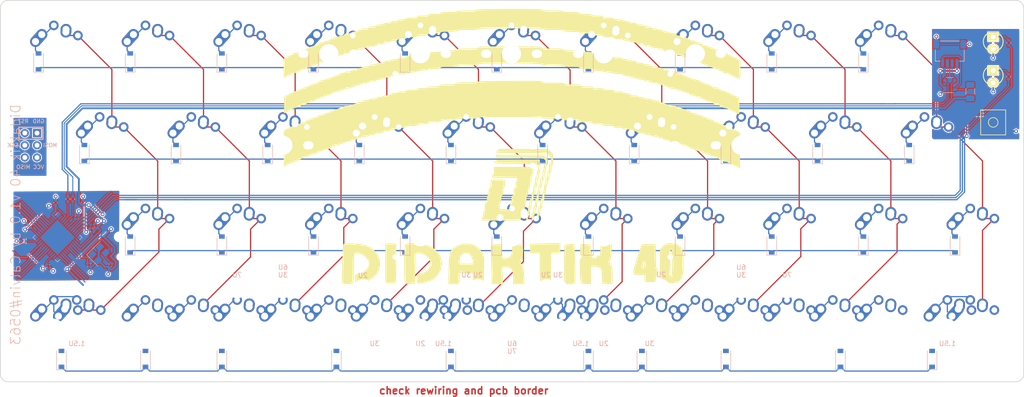
<source format=kicad_pcb>
(kicad_pcb (version 20211014) (generator pcbnew)
  (layers (0 "F.Cu" signal) (31 "B.Cu" signal) (34 "B.Paste" user) (35 "F.Paste" user) (36 "B.SilkS" user "B.Silkscreen") (37 "F.SilkS" user "F.Silkscreen") (38 "B.Mask" user) (39 "F.Mask" user) (44 "Edge.Cuts" user))
  (net 0 "")
  (net 1 "Net-(D1-Pad2)")
  (net 2 "Net-(D2-Pad2)")
  (net 3 "Net-(D3-Pad2)")
  (net 4 "Net-(D4-Pad2)")
  (net 5 "Net-(D5-Pad2)")
  (net 6 "Net-(D6-Pad2)")
  (net 7 "Net-(D7-Pad2)")
  (net 8 "Net-(D8-Pad2)")
  (net 9 "Net-(D9-Pad2)")
  (net 10 "Net-(D10-Pad2)")
  (net 11 "Net-(D11-Pad2)")
  (net 12 "Net-(D12-Pad2)")
  (net 13 "Net-(D13-Pad2)")
  (net 14 "Net-(D14-Pad2)")
  (net 15 "Net-(D15-Pad2)")
  (net 16 "Net-(D17-Pad2)")
  (net 17 "Net-(D18-Pad2)")
  (net 18 "Net-(D19-Pad2)")
  (net 19 "Net-(D20-Pad2)")
  (net 20 "Net-(D21-Pad2)")
  (net 21 "Net-(D22-Pad2)")
  (net 22 "Net-(D23-Pad2)")
  (net 23 "Net-(D26-Pad2)")
  (net 24 "Net-(D27-Pad2)")
  (net 25 "Net-(D28-Pad2)")
  (net 26 "Net-(D29-Pad2)")
  (net 27 "Net-(D30-Pad2)")
  (net 28 "Net-(D31-Pad2)")
  (net 29 "Net-(D32-Pad2)")
  (net 30 "Net-(D33-Pad2)")
  (net 31 "Net-(D34-Pad2)")
  (net 32 "Net-(D35-Pad2)")
  (net 33 "Net-(D36-Pad2)")
  (net 34 "Net-(D37-Pad2)")
  (net 35 "Net-(D38-Pad2)")
  (net 36 "Net-(D39-Pad2)")
  (net 37 "Net-(D40-Pad2)")
  (net 38 "Net-(D41-Pad2)")
  (net 39 "COL0")
  (net 40 "COL1")
  (net 41 "COL3")
  (net 42 "COL4")
  (net 43 "Net-(R1-Pad2)")
  (net 44 "Net-(D43-Pad2)")
  (net 45 "Net-(D42-Pad2)")
  (net 46 "Net-(D24-Pad2)")
  (net 47 "Net-(C6-Pad1)")
  (net 48 "XTAL1")
  (net 49 "XTAL2")
  (net 50 "MOSI")
  (net 51 "MISO")
  (net 52 "LED capslock")
  (net 53 "LED Power")
  (net 54 "GND")
  (net 55 "D-")
  (net 56 "D+")
  (net 57 "+5V")
  (net 59 "COL5")
  (net 64 "COL6")
  (net 66 "VCC")
  (net 67 "SCK")
  (net 68 "ROW7")
  (net 69 "COL7")
  (net 70 "COL8")
  (net 71 "COL9")
  (net 72 "ROW3")
  (net 73 "ROW2")
  (net 74 "ROW1")
  (net 75 "ROW0")
  (net 76 "RESET")
  (net 77 "Net-(R4-Pad1)")
  (net 78 "Net-(R2-Pad2)")
  (net 79 "Net-(D16-Pad2)")
  (net 80 "COL2")
  (footprint "Keebio-Parts:MX-Alps-Choc-1U-NoLED" (layer "F.Cu") (at 88.9 98.425)
    (fp_text reference "SW33" hide)
    (fp_text value "SW_Push_45deg")
  )
  (footprint "Keebio-Parts:MX-Alps-Choc-1U-NoLED" (layer "F.Cu") (at 127 60.325)
    (fp_text reference "SW15" hide)
    (fp_text value "SW_Push_45deg")
  )
  (footprint "Keebio-Parts:MX-Alps-Choc-7U-NoLED-StabFlip" (layer "F.Cu") (at 136.525 98.425)
    (fp_text reference "SW36c1")
    (fp_text value "SW_Push_45deg")
  )
  (footprint "Keebio-Parts:MX-Alps-Choc-1U-NoLED" (layer "F.Cu") (at 155.575 41.275)
    (fp_text reference "SW7" hide)
    (fp_text value "SW_Push_45deg")
  )
  (footprint "Keebio-Parts:MX-Alps-Choc-1U-NoLED" (layer "F.Cu") (at 174.625 79.375)
    (fp_text reference "SW27" hide)
    (fp_text value "SW_Push_45deg")
  )
  (footprint "Keebio-Parts:MX-Alps-Choc-3U-NoLED-StabFlip" (layer "F.Cu") (at 107.95 98.425)
    (fp_text reference "SW34b1")
    (fp_text value "SW_Push_45deg")
  )
  (footprint "Keebio-Parts:MX-Alps-Choc-1U-NoLED" (layer "F.Cu") (at 107.95 60.325)
    (fp_text reference "SW14" hide)
    (fp_text value "SW_Push_45deg")
  )
  (footprint "Keebio-Parts:MX-Alps-Choc-1U-NoLED" (layer "F.Cu") (at 79.375 98.425)
    (fp_text reference "SW33a1" hide)
    (fp_text value "SW_Push_45deg")
  )
  (footprint "Keebio-Parts:MX-Alps-Choc-1U-NoLED" (layer "F.Cu") (at 193.675 41.275)
    (fp_text reference "SW9" hide)
    (fp_text value "SW_Push_45deg")
  )
  (footprint "Keebio-Parts:LED_3mm" (layer "F.Cu") (at 236.5375 46.0375 90)
    (fp_text reference "D42" hide)
    (fp_text value "LED" hide)
  )
  (footprint "Keebio-Parts:MX-Alps-Choc-1U-NoLED" (layer "F.Cu") (at 212.725 79.375)
    (fp_text reference "SW29" hide)
    (fp_text value "SW_Push_45deg")
  )
  (footprint "Keebio-Parts:MX-Alps-Choc-1U-NoLED" (layer "F.Cu") (at 174.625 41.275)
    (fp_text reference "SW8" hide)
    (fp_text value "SW_Push_45deg")
  )
  (footprint "Keebio-Parts:MX-Alps-Choc-2U-NoLED-StabFlip" (layer "F.Cu") (at 117.475 98.425)
    (fp_text reference "SW35b1")
    (fp_text value "SW_Push_45deg")
  )
  (footprint "Keebio-Parts:MX-Alps-Choc-1U-NoLED" (layer "F.Cu") (at 60.325 41.275)
    (fp_text reference "SW2" hide)
    (fp_text value "SW_Push_45deg")
  )
  (footprint "Keebio-Parts:MX-Alps-Choc-1U-NoLED" (layer "F.Cu") (at 107.95 98.425)
    (fp_text reference "SW34" hide)
    (fp_text value "SW_Push_45deg")
  )
  (footprint "Keebio-Parts:MX-Alps-Choc-1U-NoLED" (layer "F.Cu") (at 117.475 79.375)
    (fp_text reference "SW24" hide)
    (fp_text value "SW_Push_45deg")
  )
  (footprint "Keebio-Parts:MX-Alps-Choc-1.5U-NoLED" (layer "F.Cu") (at 46.0375 98.425)
    (fp_text reference "SW31")
    (fp_text value "SW_Push_45deg")
  )
  (footprint "Keebio-Parts:MX-Alps-Choc-1U-NoLED" (layer "F.Cu") (at 174.625 98.425)
    (fp_text reference "SW37a1" hide)
    (fp_text value "SW_Push_45deg")
  )
  (footprint "LOGO" (layer "F.Cu") (at 136.418278 63.96705)
    (fp_text reference "G***" hide)
    (fp_text value "LOGO" hide)
  )
  (footprint "Keebio-Parts:MX-Alps-Choc-1U-NoLED" (layer "F.Cu") (at 222.25 60.325)
    (fp_text reference "SW20" hide)
    (fp_text value "SW_Push_45deg")
  )
  (footprint "Keebio-Parts:MX-Alps-Choc-1U-NoLED" (layer "F.Cu") (at 117.475 41.275)
    (fp_text reference "SW5" hide)
    (fp_text value "SW_Push_45deg")
  )
  (footprint "Keebio-Parts:MX-Alps-Choc-1U-NoLED" (layer "F.Cu") (at 231.775 98.425)
    (fp_text reference "SW40a1" hide)
    (fp_text value "SW_Push_45deg")
  )
  (footprint "Keebio-Parts:MX-Alps-Choc-1U-NoLED" (layer "F.Cu") (at 127 98.425)
    (fp_text reference "SW35" hide)
    (fp_text value "SW_Push_45deg")
  )
  (footprint "Keebio-Parts:MX-Alps-Choc-1U-NoLED" (layer "F.Cu") (at 41.275 98.425)
    (fp_text reference "SW31a1" hide)
    (fp_text value "SW_Push_45deg")
  )
  (footprint "Keebio-Parts:MX-Alps-Choc-1U-NoLED" (layer "F.Cu") (at 184.15 98.425)
    (fp_text reference "SW38" hide)
    (fp_text value "SW_Push_45deg")
  )
  (footprint "Keebio-Parts:MX-Alps-Choc-1U-NoLED" (layer "F.Cu") (at 69.85 60.325)
    (fp_text reference "SW12" hide)
    (fp_text value "SW_Push_45deg")
  )
  (footprint "Keebio-Parts:MX-Alps-Choc-1U-NoLED" (layer "F.Cu") (at 79.375 79.375)
    (fp_text reference "SW22" hide)
    (fp_text value "SW_Push_45deg")
  )
  (footprint "Keebio-Parts:MX-Alps-Choc-1.5U-NoLED" (layer "F.Cu") (at 150.8125 98.425)
    (fp_text reference "SW36a1")
    (fp_text value "SW_Push_45deg")
  )
  (footprint "Keebio-Parts:MX-Alps-Choc-2U-NoLED-StabFlip" (layer "F.Cu") (at 155.575 98.425)
    (fp_text reference "SW36b1")
    (fp_text value "SW_Push_45deg")
  )
  (footprint "Keebio-Parts:MX-Alps-Choc-1U-NoLED" (layer "F.Cu") (at 212.725 41.275)
    (fp_text reference "SW10" hide)
    (fp_text value "SW_Push_45deg")
  )
  (footprint "Keebio-Parts:LED_3mm" (layer "F.Cu") (at 236.5375 39.01 90)
    (fp_text reference "D43" hide)
    (fp_text value "LED" hide)
  )
  (footprint "Keebio-Parts:MX-Alps-Choc-6U-NoLED-StabFlip" (layer "F.Cu") (at 136.525 98.425)
    (fp_text reference "SW35c1")
    (fp_text value "SW_Push_45deg")
  )
  (footprint "Keebio-Parts:MX-Alps-Choc-1U-NoLED" (layer "F.Cu") (at 136.398 41.275)
    (fp_text reference "SW6" hide)
    (fp_text value "SW_Push_45deg")
  )
  (footprint "Keebio-Parts:MX-Alps-Choc-1U-NoLED" (layer "F.Cu") (at 203.2 60.325)
    (fp_text reference "SW19" hide)
    (fp_text value "SW_Push_45deg")
  )
  (footprint "Keebio-Parts:MX-Alps-Choc-1U-NoLED" (layer "F.Cu") (at 79.375 41.275)
    (fp_text reference "SW3" hide)
    (fp_text value "SW_Push_45deg")
  )
  (footprint "Keebio-Parts:MX-Alps-Choc-1U-NoLED" (layer "F.Cu") (at 165.1 60.325)
    (fp_text reference "SW17" hide)
    (fp_text value "SW_Push_45deg")
  )
  (footprint "Keebio-Parts:MX-Alps-Choc-1U-NoLED" (layer "F.Cu") (at 203.2 98.425)
    (fp_text reference "SW39" hide)
    (fp_text value "SW_Push_45deg")
  )
  (footprint "Keebio-Parts:MX-Alps-Choc-1U-NoLED" (layer "F.Cu") (at 50.8 60.325)
    (fp_text reference "SW11" hide)
    (fp_text value "SW_Push_45deg")
  )
  (footprint "Keebio-Parts:MX-Alps-Choc-1U-NoLED" (layer "F.Cu") (at 60.325 79.375)
    (fp_text reference "SW21" hide)
    (fp_text value "SW_Push_45deg")
  )
  (footprint "Keebio-Parts:MX-Alps-Choc-1U-NoLED" (layer "F.Cu") (at 146.05 60.325)
    (fp_text reference "SW16" hide)
    (fp_text value "SW_Push_45deg")
  )
  (footprint "Keebio-Parts:MX-Alps-Choc-1U-NoLED" (layer "F.Cu") (at 184.15 60.325)
    (fp_text reference "SW18" hide)
    (fp_text value "SW_Push_45deg")
  )
  (footprint "Keebio-Parts:MX-Alps-Choc-1U-NoLED" (layer "F.Cu") (at 60.325 98.425)
    (fp_text reference "SW32a1" hide)
    (fp_text value "SW_Push_45deg")
  )
  (footprint "LOGO" (layer "F.Cu") (at 136.525 84.963)
    (fp_text reference "G***" hide)
    (fp_text value "LOGO" hide)
  )
  (footprint "Keebio-Parts:MX-Alps-Choc-3U-NoLED-StabFlip" (layer "F.Cu") (at 165.1 98.425)
    (fp_text reference "SW37b1")
    (fp_text value "SW_Push_45deg")
  )
  (footprint "Keebio-Parts:MX-Alps-Choc-1U-NoLED" (layer "F.Cu") (at 98.425 98.425)
    (fp_text reference "SW34a1" hide)
    (fp_text value "SW_Push_45deg")
  )
  (footprint "Keebio-Parts:MX-Alps-Choc-1U-NoLED" (layer "F.Cu") (at 146.05 98.425)
    (fp_text reference "SW36" hide)
    (fp_text value "SW_Push_45deg")
  )
  (footprint "Keebio-Parts:MX-Alps-Choc-1U-NoLED" (layer "F.Cu") (at 193.675 79.375)
    (fp_text reference "SW28" hide)
    (fp_text value "SW_Push_45deg")
  )
  (footprint "Keebio-Parts:MX-Alps-Choc-1U-NoLED" (layer "F.Cu") (at 41.275 41.275)
    (fp_text reference "SW1" hide)
    (fp_text value "SW_Push_45deg")
  )
  (footprint "Keebio-Parts:MX-Alps-Choc-1.5U-NoLED" (layer "F.Cu") (at 227.0125 98.425)
    (fp_text reference "SW40")
    (fp_text value "SW_Push_45deg")
  )
  (footprint "random-keyboard-parts:SKQG-1155865" (layer "F.Cu") (at 236.5375 55.5625)
    (fp_text reference "SW_Reset1" hide)
    (fp_text value "SW_Push")
  )
  (footprint "Keebio-Parts:MX-Alps-Choc-1U-NoLED" (layer "F.Cu") (at 212.725 98.425)
    (fp_text reference "SW39a1" hide)
    (fp_text value "SW_Push_45deg")
  )
  (footprint "Keebio-Parts:MX-Alps-Choc-1U-NoLED" (layer "F.Cu") (at 165.1 98.425)
    (fp_text reference "SW37" hide)
    (fp_text value "SW_Push_45deg")
  )
  (footprint "Keebio-Parts:MX-Alps-Choc-1U-NoLED" (layer "F.Cu") (at 98.425 41.275)
    (fp_text reference "SW4" hide)
    (fp_text value "SW_Push_45deg")
  )
  (footprint "Keebio-Parts:MX-Alps-Choc-1.5U-NoLED" (layer "F.Cu") (at 122.2375 98.425)
    (fp_text reference "SW35a1")
    (fp_text value "SW_Push_45deg")
  )
  (footprint "Keebio-Parts:MX-Alps-Choc-1U-NoLED" (layer "F.Cu") (at 69.85 98.425)
    (fp_text reference "SW32" hide)
    (fp_text value "SW_Push_45deg")
  )
  (footprint "Keebio-Parts:MX-Alps-Choc-1U-NoLED" (layer "F.Cu") (at 155.575 79.375)
    (fp_text reference "SW26" hide)
    (fp_text value "SW_Push_45deg")
  )
  (footprint "Keebio-Parts:MX-Alps-Choc-1U-NoLED" (layer "F.Cu") (at 231.775 79.375)
    (fp_text reference "SW30" hide)
    (fp_text value "SW_Push_45deg")
  )
  (footprint "Keebio-Parts:MX-Alps-Choc-1U-NoLED" (layer "F.Cu") (at 193.675 98.425)
    (fp_text reference "SW38a1" hide)
    (fp_text value "SW_Push_45deg")
  )
  (footprint "Keebio-Parts:MX-Alps-Choc-1U-NoLED" (layer "F.Cu") (at 88.9 60.325)
    (fp_text reference "SW13" hide)
    (fp_text value "SW_Push_45deg")
  )
  (footprint "Keebio-Parts:MX-Alps-Choc-1U-NoLED" (layer "F.Cu") (at 136.525 79.375)
    (fp_text reference "SW25" hide)
    (fp_text value "SW_Push_45deg")
  )
  (footprint "Keebio-Parts:MX-Alps-Choc-1U-NoLED" (layer "F.Cu") (at 98.425 79.375)
    (fp_text reference "SW23" hide)
    (fp_text value "SW_Push_45deg")
  )
  (footprint "Diode_SMD:D_SOD-123" (layer "B.Cu") (at 163.5125 104.775 90)
    (fp_text reference "D29" hide)
    (fp_text value "D_Small")
  )
  (footprint "random-keyboard-parts:JST-SR-4" (layer "B.Cu") (at 227.5125 38.421)
    (fp_text reference "J1" hide)
    (fp_text value "Conn_01x04_MountingPin")
  )
  (footprint "Diode_SMD:D_SOD-123" (layer "B.Cu") (at 66.675 61.9125 90)
    (fp_text reference "D6" hide)
    (fp_text value "D_Small")
  )
  (footprint "Capacitor_SMD:C_0402_1005Metric" (layer "B.Cu") (at 41.656 72.263 90)
    (fp_text reference "C1" hide)
    (fp_text value "0.1uF")
  )
  (footprint "Diode_SMD:D_SOD-123" (layer "B.Cu") (at 104.775 61.9125 90)
    (fp_text reference "D14" hide)
    (fp_text value "D_Small")
  )
  (footprint "Diode_SMD:D_SOD-123" (layer "B.Cu") (at 228.6 80.9625 90)
    (fp_text reference "D40" hide)
    (fp_text value "D_Small")
  )
  (footprint "Diode_SMD:D_SOD-123" (layer "B.Cu") (at 60.325 104.775 90)
    (fp_text reference "D8" hide)
    (fp_text value "D_Small")
  )
  (footprint "Diode_SMD:D_SOD-123" (layer "B.Cu") (at 57.15 80.9625 90)
    (fp_text reference "D3" hide)
    (fp_text value "D_Small")
  )
  (footprint "Diode_SMD:D_SOD-123" (layer "B.Cu") (at 209.55 80.9625 90)
    (fp_text reference "D36" hide)
    (fp_text value "D_Small")
  )
  (footprint "Diode_SMD:D_SOD-123" (layer "B.Cu") (at 190.5 80.9625 90)
    (fp_text reference "D32" hide)
    (fp_text value "D_Small")
  )
  (footprint "Capacitor_SMD:C_0402_1005Metric" (layer "B.Cu") (at 53.0225 85.316669 45)
    (fp_text reference "C4" hide)
    (fp_text value "22pF")
  )
  (footprint "Diode_SMD:D_SOD-123" (layer "B.Cu") (at 38.1 42.8625 90)
    (fp_text reference "D1" hide)
    (fp_text value "D_Small")
  )
  (footprint "Resistor_SMD:R_0402_1005Metric" (layer "B.Cu") (at 34.925 80.264 180)
    (fp_text reference "R4" hide)
    (fp_text value "10k")
  )
  (footprint "Crystal:Crystal_SMD_3225-4Pin_3.2x2.5mm" (layer "B.Cu") (at 50.673 82.871919 45)
    (fp_text reference "Y1" hide)
    (fp_text value "Crystal_GND24_Small")
  )
  (footprint "Diode_SMD:D_SOD-123" (layer "B.Cu") (at 114.3 80.9625 90)
    (fp_text reference "D15" hide)
    (fp_text value "D_Small")
  )
  (footprint "Package_DFN_QFN:QFN-44-1EP_7x7mm_P0.5mm_EP5.2x5.2mm" (layer "B.Cu") (at 42.037 79.502 -135)
    (fp_text reference "U1" hide)
    (fp_text value "ATmega32U4-M")
  )
  (footprint "Package_TO_SOT_SMD:SOT-143" (layer "B.Cu") (at 227.5125 47.802)
    (fp_text reference "D25" hide)
    (fp_text value "PRTR5V0U2X")
  )
  (footprint "Diode_SMD:D_SOD-123" (layer "B.Cu") (at 190.5 42.8625 90)
    (fp_text reference "D34" hide)
    (fp_text value "D_Small")
  )
  (footprint "Diode_SMD:D_SOD-123" (layer "B.Cu") (at 152.4 80.9625 90)
    (fp_text reference "D23" hide)
    (fp_text value "D_Small")
  )
  (footprint "Diode_SMD:D_SOD-123" (layer "B.Cu") (at 133.35 42.8625 90)
    (fp_text reference "D21" hide)
    (fp_text value "D_Small")
  )
  (footprint "Diode_SMD:D_SOD-123" (layer "B.Cu") (at 219.075 61.9125 90)
    (fp_text reference "D39" hide)
    (fp_text value "D_Small")
  )
  (footprint "Diode_SMD:D_SOD-123" (layer "B.Cu") (at 171.45 42.8625 90)
    (fp_text reference "D30" hide)
    (fp_text value "D_Small")
  )
  (footprint "Diode_SMD:D_SOD-123" (layer "B.Cu") (at 223.8375 104.775 90)
    (fp_text reference "D41" hide)
    (fp_text value "D_Small")
  )
  (footprint "Diode_SMD:D_SOD-123" (layer "B.Cu") (at 123.825 104.775 90)
    (fp_text reference "D20" hide)
    (fp_text value "D_Small")
  )
  (footprint "Diode_SMD:D_SOD-123" (layer "B.Cu") (at 152.4 104.775 90)
    (fp_text reference "D24" hide)
    (fp_text value "D_Small")
  )
  (footprint "Diode_SMD:D_SOD-123" (layer "B.Cu") (at 152.4 42.8625 90)
    (fp_text reference "D26" hide)
    (fp_text value "D_Small")
  )
  (footprint "Diode_SMD:D_SOD-123" (layer "B.Cu") (at 142.875 61.9125 90)
    (fp_text reference "D22" hide)
    (fp_text value "D_Small")
  )
  (footprint "Diode_SMD:D_SOD-123" (layer "B.Cu") (at 95.25 42.8625 90)
    (fp_text reference "D13" hide)
    (fp_text value "D_Small")
  )
  (footprint "random-keyboard-parts:Reset_Pretty-Mask" (layer "B.Cu") (at 36.5125 60.325)
    (fp_text reference "J2")
    (fp_text value "AVR-ISP-6")
  )
  (footprint "Capacitor_SMD:C_0402_1005Metric" (layer "B.Cu") (at 48.6055 85.253169 135)
    (fp_text reference "C3" hide)
    (fp_text value "22pF")
  )
  (footprint "Diode_SMD:D_SOD-123" (layer "B.Cu") (at 76.2 80.9625 90)
    (fp_text reference "D7" hide)
    (fp_text value "D_Small")
  )
  (footprint "Diode_SMD:D_SOD-123" (layer "B.Cu") (at 42.8625 104.775 90)
    (fp_text reference "D4" hide)
    (fp_text value "D_Small")
  )
  (footprint "Resistor_SMD:R_0402_1005Metric" (layer "B.Cu") (at 45.212 71.501 -90)
    (fp_text reference "R2" hide)
    (fp_text value "22")
  )
  (footprint "Diode_SMD:D_SOD-123" (layer "B.Cu") (at 209.55 42.8625 90)
    (fp_text reference "D38" hide)
    (fp_text value "D_Small")
  )
  (footprint "Resistor_SMD:R_0402_1005Metric" (layer "B.Cu") (at 49.149 77.978 135)
    (fp_text reference "R3" hide)
    (fp_text value "10k")
  )
  (footprint "Diode_SMD:D_SOD-123" (layer "B.Cu") (at 180.975 61.9125 90)
    (fp_text reference "D31" hide)
    (fp_text value "D_Small")
  )
  (footprint "Diode_SMD:D_SOD-123" (layer "B.Cu") (at 47.625 61.9125 90)
    (fp_text reference "D2" hide)
    (fp_text value "D_Small")
  )
  (footprint "Diode_SMD:D_SOD-123" (layer "B.Cu") (at 76.2 42.8625 90)
    (fp_text reference "D9" hide)
    (fp_text value "D_Small")
  )
  (footprint "Diode_SMD:D_SOD-123" (layer "B.Cu") (at 76.2 104.775 90)
    (fp_text reference "D12" hide)
    (fp_text value "D_Small")
  )
  (footprint "Diode_SMD:D_SOD-123" (layer "B.Cu") (at 200.025 61.9125 90)
    (fp_text reference "D35" hide)
    (fp_text value "D_Small")
  )
  (footprint "Resistor_SMD:R_0402_1005Metric" (layer "B.Cu") (at 239.769074 39.002851 90)
    (fp_text reference "R9" hide)
    (fp_text value "220 ohm")
  )
  (footprint "Fuse:Fuse_1206_3216Metric" (layer "B.Cu") (at 231.775 49.149 -90)
    (fp_text reference "F1" hide)
    (fp_text value "500mA")
  )
  (footprint "Diode_SMD:D_SOD-123" (layer "B.Cu") (at 180.975 104.775 90)
    (fp_text reference "D33" hide)
    (fp_text value "D_Small")
  )
  (footprint "Diode_SMD:D_SOD-123" (layer "B.Cu") (at 114.3 42.8625 90)
    (fp_text reference "D17" hide)
    (fp_text value "D_Small")
  )
  (footprint "Diode_SMD:D_SOD-123" (layer "B.Cu") (at 161.925 61.9125 90)
    (fp_text reference "D27" hide)
    (fp_text value "D_Small")
  )
  (footprint "Diode_SMD:D_SOD-123" (layer "B.Cu") (at 100.0125 104.775 90)
    (fp_text reference "D16" hide)
    (fp_text value "D_Small")
  )
  (footprint "Diode_SMD:D_SOD-123" (layer "B.Cu") (at 171.45 80.9625 90)
    (fp_text reference "D28" hide)
    (fp_text value "D_Small")
  )
  (footprint "Diode_SMD:D_SOD-123" (layer "B.Cu") (at 123.825 61.9125 90)
    (fp_text reference "D18" hide)
    (fp_text value "D_Small")
  )
  (footprint "Resistor_SMD:R_0402_1005Metric" (layer "B.Cu") (at 239.7125 46.0375 90)
    (fp_text reference "R8" hide)
    (fp_text value "220 ohm")
  )
  (footprint "Diode_SMD:D_SOD-123" (layer "B.Cu") (at 57.15 42.8625 90)
    (fp_text reference "D5" hide)
    (fp_text value "D_Small")
  )
  (footprint "Diode_SMD:D_SOD-123" (layer "B.Cu") (at 133.35 80.9625 90)
    (fp_text reference "D19" hide)
    (fp_text value "D_Small")
  )
  (footprint "Capacitor_SMD:C_0402_1005Metric" (layer "B.Cu") (at 36.068 77.089 135)
    (fp_text reference "C5" hide)
    (fp_text value "0.1uF")
  )
  (footprint "Diode_SMD:D_SOD-123" (layer "B.Cu") (at 85.725 61.9125 90)
    (fp_text reference "D10" hide)
    (fp_text value "D_Small")
  )
  (footprint "Resistor_SMD:R_0402_1005Metric" (layer "B.Cu") (at 44.196 71.501 -90)
    (fp_text reference "R1" hide)
    (fp_text value "22")
  )
  (footprint "Capacitor_SMD:C_0402_1005Metric" (layer "B.Cu") (at 50.038 77.089 135)
    (fp_text reference "C7" hide)
    (fp_text value "0.1uF")
  )
  (footprint "Capacitor_SMD:C_0402_1005Metric" (layer "B.Cu") (at 46.101 75.311 45)
    (fp_text reference "C6" hide)
    (fp_text value "1uF")
  )
  (footprint "Diode_SMD:D_SOD-123" (layer "B.Cu") (at 204.7875 104.775 90)
    (fp_text reference "D37" hide)
    (fp_text value "D_Small")
  )
  (footprint "Capacitor_SMD:C_0402_1005Metric" (layer "B.Cu") (at 40.132 85.471 -45)
    (fp_text reference "C2" hide)
    (fp_text value "0.1uF")
  )
  (footprint "Capacitor_SMD:C_0402_1005Metric" (layer "B.Cu") (at 47.371 72.263 90)
    (fp_text reference "C8" hide)
    (fp_text value "10uF")
  )
  (footprint "Diode_SMD:D_SOD-123" (layer "B.Cu") (at 95.25 80.9625 90)
    (fp_text reference "D11" hide)
    (fp_text value "D_Small")
  )
  (gr_arc (start 31.75 109.5375) (mid 30.627468 109.072532) (end 30.1625 107.95) (layer "Edge.Cuts") (width 0.15))
  (gr_line (start 31.75 30.1625) (end 241.3 30.1625) (layer "Edge.Cuts") (width 0.15))
  (gr_line (start 30.1625 107.95) (end 30.1625 31.75) (layer "Edge.Cuts") (width 0.15))
  (gr_arc (start 242.8875 107.95) (mid 242.422532 109.072532) (end 241.3 109.5375) (layer "Edge.Cuts") (width 0.15))
  (gr_line (start 241.3 109.5375) (end 31.75 109.5375) (layer "Edge.Cuts") (width 0.15))
  (gr_arc (start 241.3 30.1625) (mid 242.422532 30.627468) (end 242.8875 31.75) (layer "Edge.Cuts") (width 0.15))
  (gr_arc (start 30.1625 31.75) (mid 30.627468 30.627468) (end 31.75 30.1625) (layer "Edge.Cuts") (width 0.15))
  (gr_line (start 242.8875 31.75) (end 242.8875 107.95) (layer "Edge.Cuts") (width 0.15))
  (gr_text "check rewiring and pcb border" (at 126.492 111.379) (layer "F.Cu") (effects (font (size 1.5 1.5) (thickness 0.3))))
  (gr_text "6U" (at 88.9 85.725) (layer "B.SilkS") (effects (font (size 1 1)) (justify mirror)))
  (gr_text "2U" (at 129.412659 87.29455) (layer "B.SilkS") (effects (font (size 1 1)) (justify mirror)))
  (gr_text "Didaktik 40 v1.0 by Calvin#0563" (at 33.3375 76.835 90) (layer "B.SilkS") (effects (font (size 2 2)) (justify mirror)))
  (gr_text "6U" (at 184.15 85.725) (layer "B.SilkS") (effects (font (size 1 1)) (justify mirror)))
  (gr_text "7U" (at 79.375 87.3125) (layer "B.SilkS") (effects (font (size 1 1)) (justify mirror)))
  (gr_text "3U" (at 165.1 101.6) (layer "B.SilkS") (effects (font (size 1 1)) (justify mirror)))
  (gr_text "2U" (at 105.510451 87.429084) (layer "B.SilkS") (effects (font (size 1 1)) (justify mirror)))
  (gr_text "1.5U" (at 150.8125 101.6) (layer "B.SilkS") (effects (font (size 1 1)) (justify mirror)))
  (gr_text "1.5U" (at 122.2375 101.6) (layer "B.SilkS") (effects (font (size 1 1)) (justify mirror)))
  (gr_text "3U" (at 107.95 101.6) (layer "B.SilkS") (effects (font (size 1 1)) (justify mirror)))
  (gr_text "7U" (at 193.675 87.3125) (layer "B.SilkS") (effects (font (size 1 1)) (justify mirror)))
  (gr_text "2U" (at 155.575 101.6) (layer "B.SilkS") (effects (font (size 1 1)) (justify mirror)))
  (gr_text "1.5U" (at 46.0375 101.6) (layer "B.SilkS") (effects (font (size 1 1)) (justify mirror)))
  (gr_text "7U" (at 136.525 103.1875) (layer "B.SilkS") (effects (font (size 1 1)) (justify mirror)))
  (gr_text "1.5U" (at 227.0125 101.6) (layer "B.SilkS") (effects (font (size 1 1)) (justify mirror)))
  (gr_text "6U" (at 136.525 101.6) (layer "B.SilkS") (effects (font (size 1 1)) (justify mirror)))
  (gr_text "3U" (at 184.15 87.3125) (layer "B.SilkS") (effects (font (size 1 1)) (justify mirror)))
  (gr_text "2U" (at 143.556628 87.292984) (layer "B.SilkS") (effects (font (size 1 1)) (justify mirror)))
  (gr_text "3U" (at 127 87.3125) (layer "B.SilkS") (effects (font (size 1 1)) (justify mirror)))
  (gr_text "3U" (at 88.9 87.3125) (layer "B.SilkS") (effects (font (size 1 1)) (justify mirror)))
  (gr_text "2U" (at 167.503681 87.24814) (layer "B.SilkS") (effects (font (size 1 1)) (justify mirror)))
  (gr_text "3U" (at 146.05 87.3125) (layer "B.SilkS") (effects (font (size 1 1)) (justify mirror)))
  (gr_text "2U" (at 117.475 101.6) (layer "B.SilkS") (effects (font (size 1 1)) (justify mirror)))
  (via (at 231.613863 39.296712) (size 0.8) (drill 0.4) (layers "F.Cu" "B.Cu") (net 0))
  (via (at 224.713597 37.688286) (size 0.8) (drill 0.4) (layers "F.Cu" "B.Cu") (net 0))
  (segment (start 230.3125 39.321) (end 231.589575 39.321) (width 0.2) (layer "B.Cu") (net 0))
  (segment (start 231.589575 39.321) (end 231.613863 39.296712) (width 0.2) (layer "B.Cu") (net 0))
  (segment (start 224.7125 39.321) (end 230.3125 39.321) (width 0.2) (layer "B.Cu") (net 0))
  (segment (start 224.7125 37.689383) (end 224.713597 37.688286) (width 0.2) (layer "B.Cu") (net 0))
  (segment (start 224.7125 39.321) (end 224.7125 37.689383) (width 0.2) (layer "B.Cu") (net 0))
  (segment (start 37.465 40.5775) (end 38.1 41.2125) (width 0.25) (layer "B.Cu") (net 1))
  (segment (start 41.275 35.375) (end 39.375 37.275) (width 0.25) (layer "B.Cu") (net 1))
  (segment (start 38.775 37.425) (end 37.465 38.735) (width 0.25) (layer "B.Cu") (net 1))
  (segment (start 39.375 37.275) (end 38.775 37.275) (width 0.25) (layer "B.Cu") (net 1))
  (segment (start 38.775 37.275) (end 38.775 37.425) (width 0.25) (layer "B.Cu") (net 1))
  (segment (start 37.465 38.735) (end 37.465 40.5775) (width 0.25) (layer "B.Cu") (net 1))
  (segment (start 48.3 56.325) (end 48.3 56.475) (width 0.25) (layer "B.Cu") (net 2))
  (segment (start 46.99 59.6275) (end 47.625 60.2625) (width 0.25) (layer "B.Cu") (net 2))
  (segment (start 46.99 57.785) (end 46.99 59.6275) (width 0.25) (layer "B.Cu") (net 2))
  (segment (start 50.8 54.425) (end 48.9 56.325) (width 0.25) (layer "B.Cu") (net 2))
  (segment (start 48.3 56.475) (end 46.99 57.785) (width 0.25) (layer "B.Cu") (net 2))
  (segment (start 48.9 56.325) (end 48.3 56.325) (width 0.25) (layer "B.Cu") (net 2))
  (segment (start 56.515 76.835) (end 56.515 78.6775) (width 0.25) (layer "B.Cu") (net 3))
  (segment (start 57.825 75.375) (end 57.825 75.525) (width 0.25) (layer "B.Cu") (net 3))
  (segment (start 56.515 78.6775) (end 57.15 79.3125) (width 0.25) (layer "B.Cu") (net 3))
  (segment (start 60.325 73.475) (end 58.425 75.375) (width 0.25) (layer "B.Cu") (net 3))
  (segment (start 57.825 75.525) (end 56.515 76.835) (width 0.25) (layer "B.Cu") (net 3))
  (segment (start 58.425 75.375) (end 57.825 75.375) (width 0.25) (layer "B.Cu") (net 3))
  (segment (start 39.375 94.425) (end 38.775 94.425) (width 0.25) (layer "B.Cu") (net 4))
  (segment (start 42.2275 95.885) (end 41.275 94.9325) (width 0.25) (layer "B.Cu") (net 4))
  (segment (start 41.979 91.821) (end 45.3335 91.821) (width 0.25) (layer "B.Cu") (net 4))
  (segment (start 41.275 94.9325) (end 41.275 92.525) (width 0.25) (layer "B.Cu") (net 4))
  (segment (start 41.275 92.525) (end 39.375 94.425) (width 0.25) (layer "B.Cu") (net 4))
  (segment (start 38.775 94.575) (end 37.465 95.885) (width 0.25) (layer "B.Cu") (net 4))
  (segment (start 38.775 94.425) (end 38.775 94.575) (width 0.25) (layer "B.Cu") (net 4))
  (segment (start 45.3335 91.821) (end 46.0375 92.525) (width 0.25) (layer "B.Cu") (net 4))
  (segment (start 41.275 92.525) (end 41.979 91.821) (width 0.25) (layer "B.Cu") (net 4))
  (segment (start 57.825 37.275) (end 57.825 37.425) (width 0.25) (layer "B.Cu") (net 5))
  (segment (start 56.515 38.735) (end 56.515 40.5775) (width 0.25) (layer "B.Cu") (net 5))
  (segment (start 60.325 35.375) (end 58.425 37.275) (width 0.25) (layer "B.Cu") (net 5))
  (segment (start 56.515 40.5775) (end 57.15 41.2125) (width 0.25) (layer "B.Cu") (net 5))
  (segment (start 58.425 37.275) (end 57.825 37.275) (width 0.25) (layer "B.Cu") (net 5))
  (segment (start 57.825 37.425) (end 56.515 38.735) (width 0.25) (layer "B.Cu") (net 5))
  (segment (start 67.35 56.325) (end 67.35 56.475) (width 0.25) (layer "B.Cu") (net 6))
  (segment (start 67.95 56.325) (end 67.35 56.325) (width 0.25) (layer "B.Cu") (net 6))
  (segment (start 66.04 59.6275) (end 66.675 60.2625) (width 0.25) (layer "B.Cu") (net 6))
  (segment (start 69.85 54.425) (end 67.95 56.325) (width 0.25) (layer "B.Cu") (net 6))
  (segment (start 66.04 57.785) (end 66.04 59.6275) (width 0.25) (layer "B.Cu") (net 6))
  (segment (start 67.35 56.475) (end 66.04 57.785) (width 0.25) (layer "B.Cu") (net 6))
  (segment (start 75.565 76.835) (end 75.565 78.6775) (width 0.25) (layer "B.Cu") (net 7))
  (segment (start 76.875 75.525) (end 75.565 76.835) (width 0.25) (layer "B.Cu") (net 7))
  (segment (start 79.375 73.475) (end 77.475 75.375) (width 0.25) (layer "B.Cu") (net 7))
  (segment (start 77.475 75.375) (end 76.875 75.375) (width 0.25) (layer "B.Cu") (net 7))
  (segment (start 76.875 75.375) (end 76.875 75.525) (width 0.25) (layer "B.Cu") (net 7))
  (segment (start 75.565 78.6775) (end 76.2 79.3125) (width 0.25) (layer "B.Cu") (net 7))
  (segment (start 60.325 92.525) (end 58.425 94.425) (width 0.25) (layer "B.Cu") (net 8))
  (segment (start 67.35 94.425) (end 67.35 94.575) (width 0.25) (layer "B.Cu") (net 8))
  (segment (start 69.85 92.525) (end 67.95 94.425) (width 0.25) (layer "B.Cu") (net 8))
  (segment (start 67.35 94.575) (end 66.04 95.885) (width 0.25) (layer "B.Cu") (net 8))
  (segment (start 67.95 94.425) (end 67.35 94.425) (width 0.25) (layer "B.Cu") (net 8))
  (segment (start 57.825 94.425) (end 57.825 94.575) (width 0.25) (layer "B.Cu") (net 8))
  (segment (start 58.425 94.425) (end 57.825 94.425) (width 0.25) (layer "B.Cu") (net 8))
  (segment (start 57.825 94.575) (end 56.515 95.885) (width 0.25) (layer "B.Cu") (net 8))
  (segment (start 79.375 35.375) (end 77.475 37.275) (width 0.25) (layer "B.Cu") (net 9))
  (segment (start 75.565 38.735) (end 75.565 40.5775) (width 0.25) (layer "B.Cu") (net 9))
  (segment (start 76.875 37.275) (end 76.875 37.425) (width 0.25) (layer "B.Cu") (net 9))
  (segment (start 75.565 40.5775) (end 76.2 41.2125) (width 0.25) (layer "B.Cu") (net 9))
  (segment (start 76.875 37.425) (end 75.565 38.735) (width 0.25) (layer "B.Cu") (net 9))
  (segment (start 77.475 37.275) (end 76.875 37.275) (width 0.25) (layer "B.Cu") (net 9))
  (segment (start 86.4 56.325) (end 86.4 56.475) (width 0.25) (layer "B.Cu") (net 10))
  (segment (start 87 56.325) (end 86.4 56.325) (width 0.25) (layer "B.Cu") (net 10))
  (segment (start 86.4 56.475) (end 85.09 57.785) (width 0.25) (layer "B.Cu") (net 10))
  (segment (start 85.09 59.6275) (end 85.725 60.2625) (width 0.25) (layer "B.Cu") (net 10))
  (segment (start 85.09 57.785) (end 85.09 59.6275) (width 0.25) (layer "B.Cu") (net 10))
  (segment (start 88.9 54.425) (end 87 56.325) (width 0.25) (layer "B.Cu") (net 10))
  (segment (start 94.615 76.835) (end 94.615 78.6775) (width 0.25) (layer "B.Cu") (net 11))
  (segment (start 94.615 78.6775) (end 95.25 79.3125) (width 0.25) (layer "B.Cu") (net 11))
  (segment (start 96.525 75.375) (end 95.925 75.375) (width 0.25) (layer "B.Cu") (net 11))
  (segment (start 98.425 73.475) (end 96.525 75.375) (width 0.25) (layer "B.Cu") (net 11))
  (segment (start 95.925 75.375) (end 95.925 75.525) (width 0.25) (layer "B.Cu") (net 11))
  (segment (start 95.925 75.525) (end 94.615 76.835) (width 0.25) (layer "B.Cu") (net 11))
  (segment (start 76.875 94.575) (end 75.565 95.885) (width 0.25) (layer "B.Cu") (net 12))
  (segment (start 76.875 94.425) (end 76.875 94.575) (width 0.25) (layer "B.Cu") (net 12))
  (segment (start 88.286099 92.538901) (end 88.886099 92.538901) (width 0.25) (layer "B.Cu") (net 12))
  (segment (start 86.4 94.425) (end 86.4 94.575) (width 0.25) (layer "B.Cu") (net 12))
  (segment (start 86.4 94.425) (end 88.286099 92.538901) (width 0.25) (layer "B.Cu") (net 12))
  (segment (start 86.4 94.575) (end 85.09 95.885) (width 0.25) (layer "B.Cu") (net 12))
  (segment (start 78.761099 92.538901) (end 79.375 92.538901) (width 0.25) (layer "B.Cu") (net 12))
  (segment (start 76.875 94.425) (end 78.761099 92.538901) (width 0.25) (layer "B.Cu") (net 12))
  (segment (start 95.925 37.275) (end 95.925 37.425) (width 0.25) (layer "B.Cu") (net 13))
  (segment (start 94.615 38.735) (end 94.615 40.5775) (width 0.25) (layer "B.Cu") (net 13))
  (segment (start 96.525 37.275) (end 95.925 37.275) (width 0.25) (layer "B.Cu") (net 13))
  (segment (start 95.925 37.425) (end 94.615 38.735) (width 0.25) (layer "B.Cu") (net 13))
  (segment (start 98.425 35.375) (end 96.525 37.275) (width 0.25) (layer "B.Cu") (net 13))
  (segment (start 94.615 40.5775) (end 95.25 41.2125) (width 0.25) (layer "B.Cu") (net 13))
  (segment (start 104.14 59.6275) (end 104.775 60.2625) (width 0.25) (layer "B.Cu") (net 14))
  (segment (start 107.95 54.425) (end 106.05 56.325) (width 0.25) (layer "B.Cu") (net 14))
  (segment (start 104.14 57.785) (end 104.14 59.6275) (width 0.25) (layer "B.Cu") (net 14))
  (segment (start 105.45 56.325) (end 105.45 56.475) (width 0.25) (layer "B.Cu") (net 14))
  (segment (start 105.45 56.475) (end 104.14 57.785) (width 0.25) (layer "B.Cu") (net 14))
  (segment (start 106.05 56.325) (end 105.45 56.325) (width 0.25) (layer "B.Cu") (net 14))
  (segment (start 115.575 75.375) (end 114.975 75.375) (width 0.25) (layer "B.Cu") (net 15))
  (segment (start 113.665 76.835) (end 113.665 78.6775) (width 0.25) (layer "B.Cu") (net 15))
  (segment (start 114.975 75.525) (end 113.665 76.835) (width 0.25) (layer "B.Cu") (net 15))
  (segment (start 113.665 78.6775) (end 114.3 79.3125) (width 0.25) (layer "B.Cu") (net 15))
  (segment (start 117.475 73.475) (end 115.575 75.375) (width 0.25) (layer "B.Cu") (net 15))
  (segment (start 114.975 75.375) (end 114.975 75.525) (width 0.25) (layer "B.Cu") (net 15))
  (segment (start 114.975 37.425) (end 113.665 38.735) (width 0.25) (layer "B.Cu") (net 16))
  (segment (start 114.975 37.275) (end 114.975 37.425) (width 0.25) (layer "B.Cu") (net 16))
  (segment (start 117.475 35.375) (end 115.575 37.275) (width 0.25) (layer "B.Cu") (net 16))
  (segment (start 113.665 40.5775) (end 114.3 41.2125) (width 0.25) (layer "B.Cu") (net 16))
  (segment (start 115.575 37.275) (end 114.975 37.275) (width 0.25) (layer "B.Cu") (net 16))
  (segment (start 113.665 38.735) (end 113.665 40.5775) (width 0.25) (layer "B.Cu") (net 16))
  (segment (start 124.5 56.325) (end 124.5 56.475) (width 0.25) (layer "B.Cu") (net 17))
  (segment (start 125.1 56.325) (end 124.5 56.325) (width 0.25) (layer "B.Cu") (net 17))
  (segment (start 123.19 59.6275) (end 123.825 60.2625) (width 0.25) (layer "B.Cu") (net 17))
  (segment (start 127 54.425) (end 125.1 56.325) (width 0.25) (layer "B.Cu") (net 17))
  (segment (start 123.19 57.785) (end 123.19 59.6275) (width 0.25) (layer "B.Cu") (net 17))
  (segment (start 124.5 56.475) (end 123.19 57.785) (width 0.25) (layer "B.Cu") (net 17))
  (segment (start 134.025 75.375) (end 134.025 75.525) (width 0.25) (layer "B.Cu") (net 18))
  (segment (start 132.715 76.835) (end 132.715 78.6775) (width 0.25) (layer "B.Cu") (net 18))
  (segment (start 132.715 78.6775) (end 133.35 79.3125) (width 0.25) (layer "B.Cu") (net 18))
  (segment (start 134.625 75.375) (end 134.025 75.375) (width 0.25) (layer "B.Cu") (net 18))
  (segment (start 134.025 75.525) (end 132.715 76.835) (width 0.25) (layer "B.Cu") (net 18))
  (segment (start 136.525 73.475) (end 134.625 75.375) (width 0.25) (layer "B.Cu") (net 18))
  (segment (start 119.7375 93.6225) (end 120.015 93.345) (width 0.25) (layer "B.Cu") (net 19))
  (segment (start 120.015 93.345) (end 121.4175 93.345) (width 0.25) (layer "B.Cu") (net 19))
  (segment (start 119.7375 94.425) (end 119.7375 93.6225) (width 0.25) (layer "B.Cu") (net 19))
  (segment (start 123.19 95.34) (end 122.475 94.625) (width 0.25) (layer "B.Cu") (net 19))
  (segment (start 123.19 95.885) (end 123.19 95.34) (width 0.25) (layer "B.Cu") (net 19))
  (segment (start 134.025 94.575) (end 132.715 95.885) (width 0.25) (layer "B.Cu") (net 19))
  (segment (start 122.475 94.625) (end 122.475 92.7625) (width 0.25) (layer "B.Cu") (net 19))
  (segment (start 136.525 92.525) (end 134.625 94.425) (width 0.25) (layer "B.Cu") (net 19))
  (segment (start 134.625 94.425) (end 134.025 94.425) (width 0.25) (layer "B.Cu") (net 19))
  (segment (start 134.025 94.425) (end 134.025 94.575) (width 0.25) (layer "B.Cu") (net 19))
  (segment (start 121.4175 93.345) (end 122.2375 92.525) (width 0.25) (layer "B.Cu") (net 19))
  (segment (start 122.475 92.7625) (end 122.2375 92.525) (width 0.25) (layer "B.Cu") (net 19))
  (segment (start 118.4275 95.735) (end 119.7375 94.425) (width 0.25) (layer "B.Cu") (net 19))
  (segment (start 118.4275 95.885) (end 118.4275 95.735) (width 0.25) (layer "B.Cu") (net 19))
  (segment (start 133.898 37.275) (end 133.898 37.425) (width 0.25) (layer "B.Cu") (net 20))
  (segment (start 132.588 38.735) (end 132.588 40.4505) (width 0.25) (layer "B.Cu") (net 20))
  (segment (start 133.898 37.425) (end 132.588 38.735) (width 0.25) (layer "B.Cu") (net 20))
  (segment (start 134.498 37.275) (end 133.898 37.275) (width 0.25) (layer "B.Cu") (net 20))
  (segment (start 136.398 35.375) (end 134.498 37.275) (width 0.25) (layer "B.Cu") (net 20))
  (segment (start 132.588 40.4505) (end 133.35 41.2125) (width 0.25) (layer "B.Cu") (net 20))
  (segment (start 143.55 56.325) (end 143.55 56.475) (width 0.25) (layer "B.Cu") (net 21))
  (segment (start 143.55 56.475) (end 142.24 57.785) (width 0.25) (layer "B.Cu") (net 21))
  (segment (start 142.24 57.785) (end 142.24 59.6275) (width 0.25) (layer "B.Cu") (net 21))
  (segment (start 146.05 54.425) (end 144.15 56.325) (width 0.25) (layer "B.Cu") (net 21))
  (segment (start 144.15 56.325) (end 143.55 56.325) (width 0.25) (layer "B.Cu") (net 21))
  (segment (start 142.24 59.6275) (end 142.875 60.2625) (width 0.25) (layer "B.Cu") (net 21))
  (segment (start 155.575 73.475) (end 153.675 75.375) (width 0.25) (layer "B.Cu") (net 22))
  (segment (start 151.765 78.6775) (end 152.4 79.3125) (width 0.25) (layer "B.Cu") (net 22))
  (segment (start 153.675 75.375) (end 153.075 75.375) (width 0.25) (layer "B.Cu") (net 22))
  (segment (start 153.075 75.375) (end 153.075 75.525) (width 0.25) (layer "B.Cu") (net 22))
  (segment (start 153.075 75.525) (end 151.765 76.835) (width 0.25) (layer "B.Cu") (net 22))
  (segment (start 151.765 76.835) (end 151.765 78.6775) (width 0.25) (layer "B.Cu") (net 22))
  (segment (start 151.765 38.735) (end 151.765 40.5775) (width 0.25) (layer "B.Cu") (net 23))
  (segment (start 151.765 40.5775) (end 152.4 41.2125) (width 0.25) (layer "B.Cu") (net 23))
  (segment (start 153.075 37.425) (end 151.765 38.735) (width 0.25) (layer "B.Cu") (net 23))
  (segment (start 153.675 37.275) (end 153.075 37.275) (width 0.25) (layer "B.Cu") (net 23))
  (segment (start 153.075 37.275) (end 153.075 37.425) (width 0.25) (layer "B.Cu") (net 23))
  (segment (start 155.575 35.375) (end 153.675 37.275) (width 0.25) (layer "B.Cu") (net 23))
  (segment (start 161.29 57.785) (end 161.29 59.6275) (width 0.25) (layer "B.Cu") (net 24))
  (segment (start 162.6 56.475) (end 161.29 57.785) (width 0.25) (layer "B.Cu") (net 24))
  (segment (start 163.2 56.325) (end 162.6 56.325) (width 0.25) (layer "B.Cu") (net 24))
  (segment (start 161.29 59.6275) (end 161.925 60.2625) (width 0.25) (layer "B.Cu") (net 24))
  (segment (start 162.6 56.325) (end 162.6 56.475) (width 0.25) (layer "B.Cu") (net 24))
  (segment (start 165.1 54.425) (end 163.2 56.325) (width 0.25) (layer "B.Cu") (net 24))
  (segment (start 172.125 75.375) (end 172.125 75.525) (width 0.25) (layer "B.Cu") (net 25))
  (segment (start 170.815 76.835) (end 170.815 78.6775) (width 0.25) (layer "B.Cu") (net 25))
  (segment (start 174.625 73.475) (end 172.725 75.375) (width 0.25) (layer "B.Cu") (net 25))
  (segment (start 172.725 75.375) (end 172.125 75.375) (width 0.25) (layer "B.Cu") (net 25))
  (segment (start 170.815 78.6775) (end 171.45 79.3125) (width 0.25) (layer "B.Cu") (net 25))
  (segment (start 172.125 75.525) (end 170.815 76.835) (width 0.25) (layer "B.Cu") (net 25))
  (segment (start 162.6 94.425) (end 162.6 94.575) (width 0.25) (layer "B.Cu") (net 26))
  (segment (start 162.6 94.575) (end 161.29 95.885) (width 0.25) (layer "B.Cu") (net 26))
  (segment (start 172.725 94.425) (end 172.125 94.425) (width 0.25) (layer "B.Cu") (net 26))
  (segment (start 163.2 94.425) (end 162.6 94.425) (width 0.25) (layer "B.Cu") (net 26))
  (segment (start 174.625 92.525) (end 172.725 94.425) (width 0.25) (layer "B.Cu") (net 26))
  (segment (start 172.125 94.425) (end 172.125 94.575) (width 0.25) (layer "B.Cu") (net 26))
  (segment (start 165.1 92.525) (end 163.2 94.425) (width 0.25) (layer "B.Cu") (net 26))
  (segment (start 172.125 94.575) (end 170.815 95.885) (width 0.25) (layer "B.Cu") (net 26))
  (segment (start 170.815 38.735) (end 170.815 40.5775) (width 0.25) (layer "B.Cu") (net 27))
  (segment (start 172.125 37.425) (end 170.815 38.735) (width 0.25) (layer "B.Cu") (net 27))
  (segment (start 172.125 37.275) (end 172.125 37.425) (width 0.25) (layer "B.Cu") (net 27))
  (segment (start 174.625 35.375) (end 172.725 37.275) (width 0.25) (layer "B.Cu") (net 27))
  (segment (start 170.815 40.5775) (end 171.45 41.2125) (width 0.25) (layer "B.Cu") (net 27))
  (segment (start 172.725 37.275) (end 172.125 37.275) (width 0.25) (layer "B.Cu") (net 27))
  (segment (start 182.25 56.325) (end 181.65 56.325) (width 0.25) (layer "B.Cu") (net 28))
  (segment (start 180.34 59.6275) (end 180.975 60.2625) (width 0.25) (layer "B.Cu") (net 28))
  (segment (start 180.34 57.785) (end 180.34 59.6275) (width 0.25) (layer "B.Cu") (net 28))
  (segment (start 181.65 56.475) (end 180.34 57.785) (width 0.25) (layer "B.Cu") (net 28))
  (segment (start 181.65 56.325) (end 181.65 56.475) (width 0.25) (layer "B.Cu") (net 28))
  (segment (start 184.15 54.425) (end 182.25 56.325) (width 0.25) (layer "B.Cu") (net 28))
  (segment (start 191.175 75.525) (end 189.865 76.835) (width 0.25) (layer "B.Cu") (net 29))
  (segment (start 191.175 75.375) (end 191.175 75.525) (width 0.25) (layer "B.Cu") (net 29))
  (segment (start 191.775 75.375) (end 191.175 75.375) (width 0.25) (layer "B.Cu") (net 29))
  (segment (start 189.865 76.835) (end 189.865 78.6775) (width 0.25) (layer "B.Cu") (net 29))
  (segment (start 189.865 78.6775) (end 190.5 79.3125) (width 0.25) (layer "B.Cu") (net 29))
  (segment (start 193.675 73.475) (end 191.775 75.375) (width 0.25) (layer "B.Cu") (net 29))
  (segment (start 181.65 94.425) (end 181.65 94.575) (width 0.25) (layer "B.Cu") (net 30))
  (segment (start 191.175 94.425) (end 191.175 94.575) (width 0.25) (layer "B.Cu") (net 30))
  (segment (start 181.65 94.575) (end 180.34 95.885) (width 0.25) (layer "B.Cu") (net 30))
  (segment (start 183.536099 92.538901) (end 184.136099 92.538901) (width 0.25) (layer "B.Cu") (net 30))
  (segment (start 193.061099 92.538901) (end 193.661099 92.538901) (width 0.25) (layer "B.Cu") (net 30))
  (segment (start 181.65 94.425) (end 183.536099 92.538901) (width 0.25) (layer "B.Cu") (net 30))
  (segment (start 191.175 94.575) (end 189.865 95.885) (width 0.25) (layer "B.Cu") (net 30))
  (segment (start 191.175 94.425) (end 193.061099 92.538901) (width 0.25) (layer "B.Cu") (net 30))
  (segment (start 193.675 35.375) (end 191.775 37.275) (width 0.25) (layer "B.Cu") (net 31))
  (segment (start 191.775 37.275) (end 191.175 37.275) (width 0.25) (layer "B.Cu") (net 31))
  (segment (start 191.175 37.425) (end 189.865 38.735) (width 0.25) (layer "B.Cu") (net 31))
  (segment (start 189.865 40.5775) (end 190.5 41.2125) (width 0.25) (layer "B.Cu") (net 31))
  (segment (start 191.175 37.275) (end 191.175 37.425) (width 0.25) (layer "B.Cu") (net 31))
  (segment (start 189.865 38.735) (end 189.865 40.5775) (width 0.25) (layer "B.Cu") (net 31))
  (segment (start 199.39 59.6275) (end 200.025 60.2625) (width 0.25) (layer "B.Cu") (net 32))
  (segment (start 203.2 54.425) (end 201.3 56.325) (width 0.25) (layer "B.Cu") (net 32))
  (segment (start 200.7 56.475) (end 199.39 57.785) (width 0.25) (layer "B.Cu") (net 32))
  (segment (start 201.3 56.325) (end 200.7 56.325) (width 0.25) (layer "B.Cu") (net 32))
  (segment (start 200.7 56.325) (end 200.7 56.475) (width 0.25) (layer "B.Cu") (net 32))
  (segment (start 199.39 57.785) (end 199.39 59.6275) (width 0.25) (layer "B.Cu") (net 32))
  (segment (start 210.225 75.375) (end 210.225 75.525) (width 0.25) (layer "B.Cu") (net 33))
  (segment (start 210.825 75.375) (end 210.225 75.375) (width 0.25) (layer "B.Cu") (net 33))
  (segment (start 208.915 78.6775) (end 209.55 79.3125) (width 0.25) (layer "B.Cu") (net 33))
  (segment (start 208.915 76.835) (end 208.915 78.6775) (width 0.25) (layer "B.Cu") (net 33))
  (segment (start 212.725 73.475) (end 210.825 75.375) (width 0.25) (layer "B.Cu") (net 33))
  (segment (start 210.225 75.525) (end 208.915 76.835) (width 0.25) (layer "B.Cu") (net 33))
  (segment (start 200.7 94.575) (end 199.39 95.885) (width 0.25) (layer "B.Cu") (net 34))
  (segment (start 202.6 92.525) (end 203.2 92.525) (width 0.25) (layer "B.Cu") (net 34))
  (segment (start 210.225 94.575) (end 208.915 95.885) (width 0.25) (layer "B.Cu") (net 34))
  (segment (start 210.225 94.425) (end 210.225 94.575) (width 0.25) (layer "B.Cu") (net 34))
  (segment (start 200.7 94.425) (end 200.7 94.575) (width 0.25) (layer "B.Cu") (net 34))
  (segment (start 200.7 94.425) (end 202.6 92.525) (width 0.25) (layer "B.Cu") (net 34))
  (segment (start 210.225 94.425) (end 212.125 92.525) (width 0.25) (layer "B.Cu") (net 34))
  (segment (start 212.125 92.525) (end 212.725 92.525) (width 0.25) (layer "B.Cu") (net 34))
  (segment (start 210.225 37.425) (end 208.915 38.735) (width 0.25) (layer "B.Cu") (net 35))
  (segment (start 208.915 40.5775) (end 209.55 41.2125) (width 0.25) (layer "B.Cu") (net 35))
  (segment (start 208.915 38.735) (end 208.915 40.5775) (width 0.25) (layer "B.Cu") (net 35))
  (segment (start 210.225 37.275) (end 210.225 37.425) (width 0.25) (layer "B.Cu") (net 35))
  (segment (start 210.825 37.275) (end 210.225 37.275) (width 0.25) (layer "B.Cu") (net 35))
  (segment (start 212.725 35.375) (end 210.825 37.275) (width 0.25) (layer "B.Cu") (net 35))
  (segment (start 222.25 54.425) (end 220.35 56.325) (width 0.25) (layer "B.Cu") (net 36))
  (segment (start 218.44 57.785) (end 218.44 59.6275) (width 0.25) (layer "B.Cu") (net 36))
  (segment (start 219.75 56.475) (end 218.44 57.785) (width 0.25) (layer "B.Cu") (net 36))
  (segment (start 219.75 56.325) (end 219.75 56.475) (width 0.25) (layer "B.Cu") (net 36))
  (segment (start 220.35 56.325) (end 219.75 56.325) (width 0.25) (layer "B.Cu") (net 36))
  (segment (start 218.44 59.6275) (end 219.075 60.2625) (width 0.25) (layer "B.Cu") (net 36))
  (segment (start 229.275 75.375) (end 229.275 75.525) (width 0.25) (layer "B.Cu") (net 37))
  (segment (start 227.965 78.6775) (end 228.6 79.3125) (width 0.25) (layer "B.Cu") (net 37))
  (segment (start 229.275 75.525) (end 227.965 76.835) (width 0.25) (layer "B.Cu") (net 37))
  (segment (start 229.875 75.375) (end 229.275 75.375) (width 0.25) (layer "B.Cu") (net 37))
  (segment (start 231.775 73.475) (end 229.875 75.375) (width 0.25) (layer "B.Cu") (net 37))
  (segment (start 227.965 76.835) (end 227.965 78.6775) (width 0.25) (layer "B.Cu") (net 37))
  (segment (start 227.965 95.885) (end 227.0125 94.9325) (width 0.25) (layer "B.Cu") (net 38))
  (segment (start 231.775 92.525) (end 231.071 91.821) (width 0.25) (layer "B.Cu") (net 38))
  (segment (start 227.0125 94.9325) (end 227.0125 92.525) (width 0.25) (layer "B.Cu") (net 38))
  (segment (start 224.5125 94.425) (end 224.5125 94.575) (width 0.25) (layer "B.Cu") (net 38))
  (segment (start 231.071 91.821) (end 227.7165 91.821) (width 0.25) (layer "B.Cu") (net 38))
  (segment (start 224.5125 94.425) (end 226.4125 92.525) (width 0.25) (layer "B.Cu") (net 38))
  (segment (start 224.5125 94.575) (end 223.2025 95.885) (width 0.25) (layer "B.Cu") (net 38))
  (segment (start 227.7165 91.821) (end 227.0125 92.525) (width 0.25) (layer "B.Cu") (net 38))
  (segment (start 226.4125 92.525) (end 227.0125 92.525) (width 0.25) (layer "B.Cu") (net 38))
  (segment (start 43.775 36.775) (end 44.475 37.475) (width 0.25) (layer "F.Cu") (net 39))
  (segment (start 53.34 44.54) (end 53.34 55.245) (width 0.25) (layer "F.Cu") (net 39))
  (segment (start 47.8375 94.625) (end 46.275 94.625) (width 0.25) (layer "F.Cu") (net 39))
  (segment (start 62.865 63.59) (end 62.865 74.295) (width 0.25) (layer "F.Cu") (net 39))
  (segment (start 62.825 74.875) (end 63.525 75.575) (width 0.25) (layer "F.Cu") (net 39))
  (segment (start 62.865 74.295) (end 62.865 74.835) (width 0.25) (layer "F.Cu") (net 39))
  (segment (start 53.34 55.245) (end 53.34 55.785) (width 0.25) (layer "F.Cu") (net 39))
  (segment (start 48.5375 93.925) (end 47.8375 94.625) (width 0.25) (layer "F.Cu") (net 39))
  (segment (start 63.525 75.575) (end 65.325 75.575) (width 0.25) (layer "F.Cu") (net 39))
  (segment (start 43.815 36.195) (end 43.815 36.735) (width 0.25) (layer "F.Cu") (net 39))
  (segment (start 53.34 55.785) (end 53.3 55.825) (width 0.25) (layer "F.Cu") (net 39))
  (segment (start 63.119465 77.780535) (end 63.119465 82.543035) (width 0.25) (layer "F.Cu") (net 39))
  (segment (start 43.815 36.735) (end 43.775 36.775) (width 0.25) (layer "F.Cu") (net 39))
  (segment (start 53.3 55.825) (end 54 56.525) (width 0.25) (layer "F.Cu") (net 39))
  (segment (start 46.275 37.475) (end 53.34 44.54) (width 0.25) (layer "F.Cu") (net 39))
  (segment (start 63.119465 82.543035) (end 51.0375 94.625) (width 0.25) (layer "F.Cu") (net 39))
  (segment (start 54 56.525) (end 55.8 56.525) (width 0.25) (layer "F.Cu") (net 39))
  (segment (start 44.475 37.475) (end 46.275 37.475) (width 0.25) (layer "F.Cu") (net 39))
  (segment (start 49.2375 94.625) (end 48.5375 93.925) (width 0.25) (layer "F.Cu") (net 39))
  (segment (start 62.865 74.835) (end 62.825 74.875) (width 0.25) (layer "F.Cu") (net 39))
  (segment (start 65.325 75.575) (end 63.119465 77.780535) (width 0.25) (layer "F.Cu") (net 39))
  (segment (start 51.0375 94.625) (end 49.2375 94.625) (width 0.25) (layer "F.Cu") (net 39))
  (segment (start 55.8 56.525) (end 62.865 63.59) (width 0.25) (layer "F.Cu") (net 39))
  (segment (start 34.549999 72.014999) (end 39.677031 77.142031) (width 0.25) (layer "B.Cu") (net 39))
  (segment (start 72.39 93.885) (end 72.35 93.925) (width 0.25) (layer "F.Cu") (net 40))
  (segment (start 81.915 74.295) (end 81.915 74.835) (width 0.25) (layer "F.Cu") (net 40))
  (segment (start 65.325 37.475) (end 72.39 44.54) (width 0.25) (layer "F.Cu") (net 40))
  (segment (start 72.39 55.785) (end 72.35 55.825) (width 0.25) (layer "F.Cu") (net 40))
  (segment (start 63.525 37.475) (end 65.325 37.475) (width 0.25) (layer "F.Cu") (net 40))
  (segment (start 72.39 93.345) (end 72.39 93.885) (width 0.25) (layer "F.Cu") (net 40))
  (segment (start 82.169465 83.565535) (end 72.39 93.345) (width 0.25) (layer "F.Cu") (net 40))
  (segment (start 72.39 55.245) (end 72.39 55.785) (width 0.25) (layer "F.Cu") (net 40))
  (segment (start 62.865 36.195) (end 62.865 36.735) (width 0.25) (layer "F.Cu") (net 40))
  (segment (start 72.39 44.54) (end 72.39 55.245) (width 0.25) (layer "F.Cu") (net 40))
  (segment (start 84.375 75.575) (end 82.169465 77.780535) (width 0.25) (layer "F.Cu") (net 40))
  (segment (start 72.35 55.825) (end 73.05 56.525) (width 0.25) (layer "F.Cu") (net 40))
  (segment (start 62.825 36.775) (end 63.525 37.475) (width 0.25) (layer "F.Cu") (net 40))
  (segment (start 62.865 36.735) (end 62.825 36.775) (width 0.25) (layer "F.Cu") (net 40))
  (segment (start 81.915 74.835) (end 81.875 74.875) (width 0.25) (layer "F.Cu") (net 40))
  (segment (start 74.85 56.525) (end 81.915 63.59) (width 0.25) (layer "F.Cu") (net 40))
  (segment (start 81.875 74.875) (end 82.575 75.575) (width 0.25) (layer "F.Cu") (net 40))
  (segment (start 82.169465 77.780535) (end 82.169465 83.565535) (width 0.25) (layer "F.Cu") (net 40))
  (segment (start 82.575 75.575) (end 84.375 75.575) (width 0.25) (layer "F.Cu") (net 40))
  (segment (start 73.05 56.525) (end 74.85 56.525) (width 0.25) (layer "F.Cu") (net 40))
  (segment (start 81.915 63.59) (end 81.915 74.295) (width 0.25) (layer "F.Cu") (net 40))
  (segment (start 34.099999 72.201395) (end 39.323478 77.424874) (width 0.25) (layer "B.Cu") (net 40))
  (segment (start 110.49 44.54) (end 110.49 55.245) (width 0.25) (layer "F.Cu") (net 41))
  (segment (start 120.269465 83.565535) (end 110.49 93.345) (width 0.25) (layer "F.Cu") (net 41))
  (segment (start 110.49 55.785) (end 110.45 55.825) (width 0.25) (layer "F.Cu") (net 41))
  (segment (start 120.015 74.295) (end 120.015 74.835) (width 0.25) (layer "F.Cu") (net 41))
  (segment (start 120.269465 77.780535) (end 120.269465 83.565535) (width 0.25) (layer "F.Cu") (net 41))
  (segment (start 120.015 63.59) (end 120.015 74.295) (width 0.25) (layer "F.Cu") (net 41))
  (segment (start 120.015 74.835) (end 119.975 74.875) (width 0.25) (layer "F.Cu") (net 41))
  (segment (start 101.625 37.475) (end 103.425 37.475) (width 0.25) (layer "F.Cu") (net 41))
  (segment (start 119.975 74.875) (end 120.675 75.575) (width 0.25) (layer "F.Cu") (net 41))
  (segment (start 112.95 56.525) (end 120.015 63.59) (width 0.25) (layer "F.Cu") (net 41))
  (segment (start 100.925 36.775) (end 101.625 37.475) (width 0.25) (layer "F.Cu") (net 41))
  (segment (start 103.425 37.475) (end 110.49 44.54) (width 0.25) (layer "F.Cu") (net 41))
  (segment (start 122.475 75.575) (end 120.269465 77.780535) (width 0.25) (layer "F.Cu") (net 41))
  (segment (start 100.965 36.735) (end 100.925 36.775) (width 0.25) (layer "F.Cu") (net 41))
  (segment (start 110.49 55.245) (end 110.49 55.785) (width 0.25) (layer "F.Cu") (net 41))
  (segment (start 120.675 75.575) (end 122.475 75.575) (width 0.25) (layer "F.Cu") (net 41))
  (segment (start 100.965 36.195) (end 100.965 36.735) (width 0.25) (layer "F.Cu") (net 41))
  (segment (start 111.15 56.525) (end 112.95 56.525) (width 0.25) (layer "F.Cu") (net 41))
  (segment (start 110.45 55.825) (end 111.15 56.525) (width 0.25) (layer "F.Cu") (net 41))
  (segment (start 38.578691 78.202691) (end 33.199999 72.823999) (width 0.25) (layer "B.Cu") (net 41))
  (segment (start 38.616371 78.202691) (end 38.578691 78.202691) (width 0.25) (layer "B.Cu") (net 41))
  (segment (start 129.54 55.785) (end 129.5 55.825) (width 0.25) (layer "F.Cu") (net 42))
  (segment (start 120.015 36.195) (end 120.015 36.735) (width 0.25) (layer "F.Cu") (net 42))
  (segment (start 139.065 74.835) (end 139.025 74.875) (width 0.25) (layer "F.Cu") (net 42))
  (segment (start 129.54 55.245) (end 129.54 55.785) (width 0.25) (layer "F.Cu") (net 42))
  (segment (start 139.725 75.575) (end 141.525 75.575) (width 0.25) (layer "F.Cu") (net 42))
  (segment (start 138.893901 78.206099) (end 138.893901 84.531099) (width 0.25) (layer "F.Cu") (net 42))
  (segment (start 139.065 63.59) (end 139.065 74.295) (width 0.25) (layer "F.Cu") (net 42))
  (segment (start 129.5 55.825) (end 130.2 56.525) (width 0.25) (layer "F.Cu") (net 42))
  (segment (start 139.025 74.875) (end 139.725 75.575) (width 0.25) (layer "F.Cu") (net 42))
  (segment (start 129.54 44.54) (end 129.54 55.245) (width 0.25) (layer "F.Cu") (net 42))
  (segment (start 141.525 75.575) (end 138.893901 78.206099) (width 0.25) (layer "F.Cu") (net 42))
  (segment (start 132 56.525) (end 139.065 63.59) (width 0.25) (layer "F.Cu") (net 42))
  (segment (start 119.975 36.775) (end 120.675 37.475) (width 0.25) (layer "F.Cu") (net 42))
  (segment (start 120.675 37.475) (end 122.475 37.475) (width 0.25) (layer "F.Cu") (net 42))
  (segment (start 138.893901 84.531099) (end 129.5 93.925) (width 0.25) (layer "F.Cu") (net 42))
  (segment (start 120.015 36.735) (end 119.975 36.775) (width 0.25) (layer "F.Cu") (net 42))
  (segment (start 130.2 56.525) (end 132 56.525) (width 0.25) (layer "F.Cu") (net 42))
  (segment (start 122.475 37.475) (end 129.54 44.54) (width 0.25) (layer "F.Cu") (net 42))
  (segment (start 139.065 74.295) (end 139.065 74.835) (width 0.25) (layer "F.Cu") (net 42))
  (segment (start 32.749999 82.279999) (end 34.163 83.693) (width 0.25) (layer "B.Cu") (net 42))
  (segment (start 38.578691 80.801309) (end 37.846 81.534) (width 0.25) (layer "B.Cu") (net 42))
  (segment (start 35.687 83.693) (end 34.163 83.693) (width 0.25) (layer "B.Cu") (net 42))
  (segment (start 37.846 81.534) (end 35.687 83.693) (width 0.25) (layer "B.Cu") (net 42))
  (segment (start 38.616371 80.801309) (end 38.578691 80.801309) (width 0.25) (layer "B.Cu") (net 42))
  (segment (start 44.196 75.22168) (end 43.336309 76.081371) (width 0.2) (layer "B.Cu") (net 43))
  (segment (start 44.196 72.011) (end 44.196 75.22168) (width 0.2) (layer "B.Cu") (net 43))
  (segment (start 236.5375 37.74) (end 239.016223 37.74) (width 0.25) (layer "B.Cu") (net 44))
  (segment (start 239.016223 37.74) (end 239.769074 38.492851) (width 0.25) (layer "B.Cu") (net 44))
  (segment (start 238.9525 44.7675) (end 239.7125 45.5275) (width 0.25) (layer "B.Cu") (net 45))
  (segment (start 236.5375 44.7675) (end 238.9525 44.7675) (width 0.25) (layer "B.Cu") (net 45))
  (segment (start 147.0025 95.885) (end 147.0025 93.4775) (width 0.25) (layer "B.Cu") (net 46))
  (segment (start 147.0025 93.4775) (end 146.063901 92.538901) (width 0.25) (layer "B.Cu") (net 46))
  (segment (start 145.436099 92.538901) (end 146.036099 92.538901) (width 0.25) (layer "B.Cu") (net 46))
  (segment (start 146.063901 92.538901) (end 146.05 92.538901) (width 0.25) (layer "B.Cu") (net 46))
  (segment (start 143.55 94.425) (end 143.55 94.575) (width 0.25) (layer "B.Cu") (net 46))
  (segment (start 143.55 94.575) (end 142.24 95.885) (width 0.25) (layer "B.Cu") (net 46))
  (segment (start 158.115 93.885) (end 158.075 93.925) (width 0.25) (layer "B.Cu") (net 46))
  (segment (start 143.55 94.425) (end 145.436099 92.538901) (width 0.25) (layer "B.Cu") (net 46))
  (segment (start 158.115 93.345) (end 158.115 93.885) (width 0.25) (layer "B.Cu") (net 46))
  (segment (start 45.761589 75.777411) (end 45.761589 75.650411) (width 0.25) (layer "B.Cu") (net 47))
  (segment (start 44.396969 77.142031) (end 45.761589 75.777411) (width 0.25) (layer "B.Cu") (net 47))
  (segment (start 48.266089 84.076749) (end 49.294142 83.048696) (width 0.25) (layer "B.Cu") (net 48))
  (segment (start 48.722642 83.620196) (end 49.294142 83.048696) (width 0.25) (layer "B.Cu") (net 48))
  (segment (start 44.396969 81.861969) (end 46.155196 83.620196) (width 0.25) (layer "B.Cu") (net 48))
  (segment (start 48.266089 84.913758) (end 48.266089 84.076749) (width 0.25) (layer "B.Cu") (net 48))
  (segment (start 46.155196 83.620196) (end 48.722642 83.620196) (width 0.25) (layer "B.Cu") (net 48))
  (segment (start 53.361911 84.977258) (end 52.051858 83.667205) (width 0.25) (layer "B.Cu") (net 49))
  (segment (start 46.341592 83.170196) (end 47.295556 83.170196) (width 0.25) (layer "B.Cu") (net 49))
  (segment (start 52.7685 81.9785) (end 52.051858 82.695142) (width 0.25) (layer "B.Cu") (net 49))
  (segment (start 44.750522 81.508415) (end 44.750522 81.579126) (width 0.25) (layer "B.Cu") (net 49))
  (segment (start 52.051858 83.667205) (end 52.051858 82.695142) (width 0.25) (layer "B.Cu") (net 49))
  (segment (start 47.295556 83.170196) (end 50.4825 79.983252) (width 0.25) (layer "B.Cu") (net 49))
  (segment (start 52.7685 81.379669) (end 52.7685 81.9785) (width 0.25) (layer "B.Cu") (net 49))
  (segment (start 50.4825 79.982669) (end 51.3715 79.982669) (width 0.25) (layer "B.Cu") (net 49))
  (segment (start 50.4825 79.983252) (end 50.4825 79.982669) (width 0.25) (layer "B.Cu") (net 49))
  (segment (start 44.750522 81.579126) (end 46.341592 83.170196) (width 0.25) (layer "B.Cu") (net 49))
  (segment (start 51.3715 79.982669) (end 52.7685 81.379669) (width 0.25) (layer "B.Cu") (net 49))
  (segment (start 42.629202 83.650202) (end 47.763 88.784) (width 0.25) (layer "B.Cu") (net 50))
  (segment (start 42.629202 83.629736) (end 42.629202 83.650202) (width 0.25) (layer "B.Cu") (net 50))
  (segment (start 42.982755 83.276182) (end 48.040573 88.334) (width 0.25) (layer "B.Cu") (net 51))
  (segment (start 228.798792 71.2) (end 230.135 69.863792) (width 0.25) (layer "B.Cu") (net 52))
  (segment (start 240.3575 48.060896) (end 240.3575 40.101277) (width 0.25) (layer "B.Cu") (net 52))
  (segment (start 240.3575 40.101277) (end 239.769074 39.512851) (width 0.25) (layer "B.Cu") (net 52))
  (segment (start 230.135 69.863792) (end 230.135 58.283396) (width 0.25) (layer "B.Cu") (net 52))
  (segment (start 53.874534 71.2) (end 228.798792 71.2) (width 0.25) (layer "B.Cu") (net 52))
  (segment (start 230.135 58.283396) (end 240.3575 48.060896) (width 0.25) (layer "B.Cu") (net 52))
  (segment (start 46.164736 78.909798) (end 53.874534 71.2) (width 0.25) (layer "B.Cu") (net 52))
  (segment (start 223.774 70.75) (end 53.594 70.75) (width 0.25) (layer "B.Cu") (net 53))
  (segment (start 48.524003 75.819997) (end 53.594 70.75) (width 0.25) (layer "B.Cu") (net 53))
  (segment (start 229.685 69.677396) (end 229.685 68.707) (width 0.25) (layer "B.Cu") (net 53))
  (segment (start 239.7125 48.0695) (end 235.839 51.943) (width 0.25) (layer "B.Cu") (net 53))
  (segment (start 48.524003 75.843424) (end 48.524003 75.819997) (width 0.25) (layer "B.Cu") (net 53))
  (segment (start 45.811182 78.556245) (end 48.524003 75.843424) (width 0.25) (layer "B.Cu") (net 53))
  (segment (start 229.685 58.097) (end 229.685 59.055) (width 0.25) (layer "B.Cu") (net 53))
  (segment (start 235.839 51.943) (end 229.685 58.097) (width 0.25) (layer "B.Cu") (net 53))
  (segment (start 239.7125 46.5475) (end 239.7125 48.0695) (width 0.25) (layer "B.Cu") (net 53))
  (segment (start 229.685 69.677396) (end 228.612396 70.75) (width 0.25) (layer "B.Cu") (net 53))
  (segment (start 228.612396 70.75) (end 223.774 70.75) (width 0.25) (layer "B.Cu") (net 53))
  (segment (start 229.685 68.707) (end 229.685 58.674) (width 0.25) (layer "B.Cu") (net 53))
  (segment (start 241.2915 57.4125) (end 241.3 57.404) (width 0.381) (layer "F.Cu") (net 54))
  (segment (start 225.552 44.847) (end 228.981 44.847) (width 0.381) (layer "F.Cu") (net 54))
  (segment (start 239.6375 57.4125) (end 241.2915 57.4125) (width 0.381) (layer "F.Cu") (net 54))
  (via (at 35.052 76.073) (size 0.8) (drill 0.4) (layers "F.Cu" "B.Cu") (net 54))
  (via (at 50.419 76.073) (size 0.8) (drill 0.4) (layers "F.Cu" "B.Cu") (net 54))
  (via (at 48.895 86.741) (size 0.8) (drill 0.4) (layers "F.Cu" "B.Cu") (net 54))
  (via (at 241.3 57.404) (size 0.8) (drill 0.4) (layers "F.Cu" "B.Cu") (net 54))
  (via (at 225.552 44.847) (size 0.8) (drill 0.4) (layers "F.Cu" "B.Cu") (net 54))
  (via (at 41.148 86.487) (size 0.8) (drill 0.4) (layers "F.Cu" "B.Cu") (net 54))
  (via (at 33.528 80.264) (size 0.8) (drill 0.4) (layers "F.Cu" "B.Cu") (net 54))
  (via (at 225.552 49.657) (size 0.8) (drill 0.4) (layers "F.Cu" "B.Cu") (net 54))
  (via (at 53.1755 77.780494) (size 0.8) (drill 0.4) (layers "F.Cu" "B.Cu") (net 54))
  (via (at 236.555726 49.136341) (size 0.8) (drill 0.4) (layers "F.Cu" "B.Cu") (net 54))
  (via (at 46.482 74.041) (size 0.8) (drill 0.4) (layers "F.Cu" "B.Cu") (net 54))
  (via (at 41.656 70.993) (size 0.8) (drill 0.4) (layers "F.Cu" "B.Cu") (net 54))
  (via (at 47.371 70.993) (size 0.8) (drill 0.4) (layers "F.Cu" "B.Cu") (net 54))
  (via (at 228.981 44.847) (size 0.8) (drill 0.4) (layers "F.Cu" "B.Cu") (net 54))
  (via (at 52.578 87.122) (size 0.8) (drill 0.4) (layers "F.Cu" "B.Cu") (net 54))
  (via (at 236.535517 42.131258) (size 0.8) (drill 0.4) (layers "F.Cu" "B.Cu") (net 54))
  (segment (start 34.415 80.264) (end 33.528 80.264) (width 0.2) (layer "B.Cu") (net 54))
  (segment (start 52.0065 79.6925) (end 51.6255 79.3115) (width 0.381) (layer "B.Cu") (net 54))
  (segment (start 53.1495 86.1695) (end 53.4035 86.1695) (width 0.381) (layer "B.Cu") (net 54))
  (segment (start 53.9115 82.6135) (end 53.9115 81.5975) (width 0.381) (layer "B.Cu") (net 54))
  (segment (start 52.683089 85.703089) (end 53.1495 86.1695) (width 0.381) (layer "B.Cu") (net 54))
  (segment (start 47.371 71.783) (end 47.371 70.993) (width 0.2) (layer "B.Cu") (net 54))
  (segment (start 53.4035 86.1695) (end 54.1655 85.4075) (width 0.381) (layer "B.Cu") (net 54))
  (segment (start 40.471411 85.810411) (end 41.148 86.487) (width 0.2) (layer "B.Cu") (net 54))
  (segment (start 49.15442 85.59258) (end 50.496223 84.250777) (width 0.381) (layer "B.Cu") (net 54))
  (segment (start 45.104076 81.190272) (end 46.609 82.695196) (width 0.3) (layer "B.Cu") (net 54))
  (segment (start 236.5375 42.1005) (end 236.535517 42.102483) (width 0.381) (layer "B.Cu") (net 54))
  (segment (start 226.5125 48.6965) (end 225.552 49.657) (width 0.381) (layer "B.Cu") (net 54))
  (segment (start 53.9115 81.5975) (end 52.0065 79.6925) (width 0.381) (layer "B.Cu") (net 54))
  (segment (start 54.1655 85.4075) (end 54.1655 84.6455) (width 0.381) (layer "B.Cu") (net 54))
  (segment (start 236.535517 42.102483) (end 236.535517 42.131258) (width 0.381) (layer "B.Cu") (net 54))
  (segment (start 46.609 82.695196) (end 47.098804 82.695196) (width 0.3) (layer "B.Cu") (net 54))
  (segment (start 46.440411 74.082589) (end 46.482 74.041) (width 0.381) (layer "B.Cu") (net 54))
  (segment (start 53.1495 83.5025) (end 53.1495 83.3755) (width 0.381) (layer "B.Cu") (net 54))
  (segment (start 48.944911 85.59258) (end 48.944911 86.691089) (width 0.381) (layer "B.Cu") (net 54))
  (segment (start 50.603881 81.738957) (end 50.849777 81.493061) (width 0.381) (layer "B.Cu") (net 54))
  (segment (start 236.5375 47.3075) (end 236.5375 49.0855) (width 0.381) (layer "B.Cu") (net 54))
  (segment (start 225.552 47.5915) (end 226.5125 48.552) (width 0.381) (layer "B.Cu") (net 54))
  (segment (start 51.901526 85.65608) (end 50.496223 84.250777) (width 0.381) (layer "B.Cu") (net 54))
  (segment (start 47.098804 82.695196) (end 50.4825 79.3115) (width 0.3) (layer "B.Cu") (net 54))
  (segment (start 45.104076 81.154862) (end 45.104076 81.190272) (width 0.3) (layer "B.Cu") (net 54))
  (segment (start 52.683089 85.65608) (end 52.683089 85.703089) (width 0.381) (layer "B.Cu") (net 54))
  (segment (start 48.944911 85.59258) (end 49.15442 85.59258) (width 0.381) (layer "B.Cu") (net 54))
  (segment (start 49.698589 76.749589) (end 49.742411 76.749589) (width 0.381) (layer "B.Cu") (net 54))
  (segment (start 41.656 71.783) (end 41.656 70.993) (width 0.2) (layer "B.Cu") (net 54))
  (segment (start 226.5125 48.552) (end 226.5125 48.6965) (width 0.381) (layer "B.Cu") (net 54))
  (segment (start 51.6255 79.3115) (end 51.644494 79.3115) (width 0.381) (layer "B.Cu") (net 54))
  (segment (start 48.944911 86.691089) (end 48.895 86.741) (width 0.381) (layer "B.Cu") (net 54))
  (segment (start 50.496223 84.250777) (end 50.603881 84.143119) (width 0.381) (layer "B.Cu") (net 54))
  (segment (start 236.5375 40.28) (end 236.5375 42.1005) (width 0.381) (layer "B.Cu") (net 54))
  (segment (start 225.552 44.847) (end 225.552 47.5915) (width 0.381) (layer "B.Cu") (net 54))
  (segment (start 52.683089 87.016911) (end 52.578 87.122) (width 0.381) (layer "B.Cu") (net 54))
  (segment (start 236.5375 49.0855) (end 236.555726 49.103726) (width 0.381) (layer "B.Cu") (net 54))
  (segment (start 236.555726 49.103726) (end 236.555726 49.136341) (width 0.381) (layer "B.Cu") (net 54))
  (segment (start 54.1655 84.5185) (end 53.1495 83.5025) (width 0.381) (layer "B.Cu") (net 54))
  (segment (start 53.1495 83.3755) (end 53.9115 82.6135) (width 0.381) (layer "B.Cu") (net 54))
  (segment (start 52.683089 85.65608) (end 52.683089 87.016911) (width 0.381) (layer "B.Cu") (net 54))
  (segment (start 50.603881 84.143119) (end 50.603881 81.738957) (width 0.381) (layer "B.Cu") (net 54))
  (segment (start 51.6255 79.3115) (end 50.4825 79.3115) (width 0.381) (layer "B.Cu") (net 54))
  (segment (start 51.644494 79.3115) (end 53.1755 77.780494) (width 0.381) (layer "B.Cu") (net 54))
  (segment (start 229.0125 43.196) (end 229.0125 44.8155) (width 0.381) (layer "B.Cu") (net 54))
  (segment (start 46.440411 74.971589) (end 46.440411 74.082589) (width 0.381) (layer "B.Cu") (net 54))
  (segment (start 49.742411 76.749589) (end 50.419 76.073) (width 0.381) (layer "B.Cu") (net 54))
  (segment (start 54.1655 84.6455) (end 54.1655 84.5185) (width 0.381) (layer "B.Cu") (net 54))
  (segment (start 229.0125 44.8155) (end 228.981 44.847) (width 0.381) (layer "B.Cu") (net 54))
  (segment (start 52.683089 85.65608) (end 51.901526 85.65608) (width 0.381) (layer "B.Cu") (net 54))
  (segment (start 35.728589 76.749589) (end 35.052 76.073) (width 0.2) (layer "B.Cu") (net 54))
  (segment (start 226.5125 46.929) (end 227.1625 47.579) (width 0.2) (layer "B.Cu") (net 55))
  (segment (start 227.1625 47.579) (end 227.1625 50.5865) (width 0.2) (layer "B.Cu") (net 55))
  (segment (start 43.0265 55.538288) (end 43.0265 65.34454) (width 0.25) (layer "B.Cu") (net 55))
  (segment (start 213.603 51.7) (end 46.864788 51.7) (width 0.25) (layer "B.Cu") (net 55))
  (segment (start 227.0125 45.889) (end 226.5125 46.389) (width 0.2) (layer "B.Cu") (net 55))
  (segment (start 226.5125 46.389) (end 226.5125 46.852) (width 0.2) (layer "B.Cu") (net 55))
  (segment (start 44.196 66.51404) (end 44.196 70.991) (width 0.25) (layer "B.Cu") (net 55))
  (segment (start 216.176 51.689) (end 226.06 51.689) (width 0.25) (layer "B.Cu") (net 55))
  (segment (start 216.165 51.7) (end 216.176 51.689) (width 0.25) (layer "B.Cu") (net 55))
  (segment (start 227.1625 50.5865) (end 226.187 51.562) (width 0.2) (layer "B.Cu") (net 55))
  (segment (start 226.5125 46.852) (end 226.5125 46.929) (width 0.2) (layer "B.Cu") (net 55))
  (segment (start 213.603 51.7) (end 213.291 51.7) (width 0.25) (layer "B.Cu") (net 55))
  (segment (start 226.06 51.689) (end 226.187 51.562) (width 0.25) (layer "B.Cu") (net 55))
  (segment (start 227.0125 43.196) (end 227.0125 45.889) (width 0.2) (layer "B.Cu") (net 55))
  (segment (start 43.0265 65.34454) (end 44.196 66.51404) (width 0.25) (layer "B.Cu") (net 55))
  (segment (start 216.165 51.7) (end 213.603 51.7) (width 0.25) (layer "B.Cu") (net 55))
  (segment (start 46.864788 51.7) (end 43.0265 55.538288) (width 0.25) (layer "B.Cu") (net 55))
  (segment (start 228.5125 46.852) (end 228.5125 46.929) (width 0.2) (layer "B.Cu") (net 56))
  (segment (start 43.4515 55.714328) (end 43.4515 65.1685) (width 0.2) (layer "B.Cu") (net 56))
  (segment (start 47.040828 52.125) (end 43.4515 55.714328) (width 0.2) (layer "B.Cu") (net 56))
  (segment (start 228.0125 45.889) (end 228.5125 46.389) (width 0.2) (layer "B.Cu") (net 56))
  (segment (start 227.8625 47.579) (end 227.8625 50.5215) (width 0.2) (layer "B.Cu") (net 56))
  (segment (start 223.001 52.125) (end 47.040828 52.125) (width 0.2) (layer "B.Cu") (net 56))
  (segment (start 45.212 66.929) (end 45.212 70.991) (width 0.2) (layer "B.Cu") (net 56))
  (segment (start 228.5125 46.929) (end 227.8625 47.579) (width 0.2) (layer "B.Cu") (net 56))
  (segment (start 228.5125 46.389) (end 228.5125 46.852) (width 0.2) (layer "B.Cu") (net 56))
  (segment (start 228.0125 43.196) (end 228.0125 45.889) (width 0.2) (layer "B.Cu") (net 56))
  (segment (start 227.8625 50.5215) (end 226.27 52.114) (width 0.2) (layer "B.Cu") (net 56))
  (segment (start 223.012 52.114) (end 223.001 52.125) (width 0.2) (layer "B.Cu") (net 56))
  (segment (start 43.4515 65.1685) (end 45.212 66.929) (width 0.2) (layer "B.Cu") (net 56))
  (segment (start 226.27 52.114) (end 223.012 52.114) (width 0.2) (layer "B.Cu") (net 56))
  (segment (start 51.943 78.232) (end 42.291 87.884) (width 0.2) (layer "F.Cu") (net 57))
  (segment (start 51.943 76.2) (end 51.943 78.232) (width 0.2) (layer "F.Cu") (net 57))
  (segment (start 48.514 72.771) (end 51.943 76.2) (width 0.2) (layer "F.Cu") (net 57))
  (segment (start 35.306 77.851) (end 40.259 72.898) (width 0.2) (layer "F.Cu") (net 57))
  (segment (start 35.306 82.296) (end 35.306 77.851) (width 0.2) (layer "F.Cu") (net 57))
  (segment (start 40.894 87.884) (end 35.306 82.296) (width 0.2) (layer "F.Cu") (net 57))
  (segment (start 42.291 87.884) (end 40.894 87.884) (width 0.2) (layer "F.Cu") (net 57))
  (via (at 48.514 72.771) (size 0.8) (drill 0.4) (layers "F.Cu" "B.Cu") (net 57))
  (via (at 40.259 72.898) (size 0.8) (drill 0.4) (layers "F.Cu" "B.Cu") (net 57))
  (via (at 38.989 85.979) (size 0.8) (drill 0.4) (layers "F.Cu" "B.Cu") (net 57))
  (via (at 51.689 76.073) (size 0.8) (drill 0.4) (layers "F.Cu" "B.Cu") (net 57))
  (via (at 44.064701 86.110299) (size 0.8) (drill 0.4) (layers "F.Cu" "B.Cu") (net 57))
  (via (at 35.306 77.851) (size 0.8) (drill 0.4) (layers "F.Cu" "B.Cu") (net 57))
  (segment (start 226.473172 52.6045) (end 224.282 52.6045) (width 0.381) (layer "B.Cu") (net 57))
  (segment (start 41.656 72.743) (end 41.656 73.025) (width 0.2) (layer "B.Cu") (net 57))
  (segment (start 41.021 74.676) (end 41.021 74.928547) (width 0.381) (layer "B.Cu") (net 57))
  (segment (start 46.607865 81.951545) (end 46.607865 81.986955) (width 0.3) (layer "B.Cu") (net 57))
  (segment (start 43.942 55.9175) (end 43.942 64.77) (width 0.381) (layer "B.Cu") (net 57))
  (segment (start 41.501 72.898) (end 41.656 72.743) (width 0.2) (layer "B.Cu") (net 57))
  (segment (start 47.371 72.743) (end 48.486 72.743) (width 0.2) (layer "B.Cu") (net 57))
  (segment (start 39.792589 84.540411) (end 39.792589 85.131589) (width 0.2) (layer "B.Cu") (net 57))
  (segment (start 41.021 74.928547) (end 41.455758 75.363305) (width 0.381) (layer "B.Cu") (net 57))
  (segment (start 36.407411 77.428411) (end 37.888798 78.909798) (width 0.2) (layer "B.Cu") (net 57))
  (segment (start 50.927 77.978) (end 50.927 78.102618) (width 0.3) (layer "B.Cu") (net 57))
  (segment (start 43.688 75.057) (end 43.017182 75.727818) (width 0.2) (layer "B.Cu") (net 57))
  (segment (start 46.860035 82.169) (end 46.863 82.169) (width 0.3) (layer "B.Cu") (net 57))
  (segment (start 49.53 79.502) (end 49.784 79.248) (width 0.3) (layer "B.Cu") (net 57))
  (segment (start 47.371 72.743) (end 47.371 74.93) (width 0.2) (layer "B.Cu") (net 57))
  (segment (start 43.017182 75.727818) (end 42.982755 75.727818) (width 0.2) (layer "B.Cu") (net 57))
  (segment (start 37.888798 78.909798) (end 37.909264 78.909798) (width 0.2) (layer "B.Cu") (net 57))
  (segment (start 46.962 72.743) (end 47.371 72.743) (width 0.381) (layer "B.Cu") (net 57))
  (segment (start 231.775 50.549) (end 228.528672 50.549) (width 0.381) (layer "B.Cu") (net 57))
  (segment (start 41.656 74.041) (end 41.021 74.676) (width 0.381) (layer "B.Cu") (net 57))
  (segment (start 43.942 64.77) (end 46.482 67.31) (width 0.381) (layer "B.Cu") (net 57))
  (segment (start 49.53 79.499618) (end 49.53 79.502) (width 0.3) (layer "B.Cu") (net 57))
  (segment (start 41.656 72.743) (end 41.656 74.041) (width 0.381) (layer "B.Cu") (net 57))
  (segment (start 36.407411 77.428411) (end 36.363589 77.428411) (width 0.2) (layer "B.Cu") (net 57))
  (segment (start 46.863 82.169) (end 49.53 79.502) (width 0.3) (layer "B.Cu") (net 57))
  (segment (start 41.091245 83.276182) (end 41.056818 83.276182) (width 0.2) (layer "B.Cu") (net 57))
  (segment (start 46.482 72.263) (end 46.962 72.743) (width 0.381) (layer "B.Cu") (net 57))
  (segment (start 44.805415 77.495585) (end 44.750522 77.495585) (width 0.2) (layer "B.Cu") (net 57))
  (segment (start 39.792589 85.175411) (end 38.989 85.979) (width 0.2) (layer "B.Cu") (net 57))
  (segment (start 50.927 78.102618) (end 49.53 79.499618) (width 0.3) (layer "B.Cu") (net 57))
  (segment (start 49.509624 78.338624) (end 49.509624 78.296198) (width 0.381) (layer "B.Cu") (net 57))
  (segment (start 46.99 75.311) (end 44.805415 77.495585) (width 0.2) (layer "B.Cu") (net 57))
  (segment (start 35.941 77.851) (end 35.306 77.851) (width 0.2) (layer "B.Cu") (net 57))
  (segment (start 45.457629 80.801309) (end 46.607865 81.951545) (width 0.3) (layer "B.Cu") (net 57))
  (segment (start 224.271 52.6155) (end 47.244 52.6155) (width 0.381) (layer "B.Cu") (net 57))
  (segment (start 47.371 74.93) (end 46.99 75.311) (width 0.2) (layer "B.Cu") (net 57))
  (segment (start 41.056818 83.276182) (end 39.792589 84.540411) (width 0.2) (layer "B.Cu") (net 57))
  (segment (start 41.656 73.025) (end 43.688 75.057) (width 0.2) (layer "B.Cu") (net 57))
  (segment (start 48.486 72.743) (end 48.514 72.771) (width 0.2) (layer "B.Cu") (net 57))
  (segment (start 36.363589 77.428411) (end 35.941 77.851) (width 0.2) (layer "B.Cu") (net 57))
  (segment (start 228.528672 50.549) (end 226.473172 52.6045) (width 0.381) (layer "B.Cu") (net 57))
  (segment (start 50.927 77.978) (end 50.377411 77.428411) (width 0.3) (layer "B.Cu") (net 57))
  (segment (start 47.244 52.6155) (end 43.942 55.9175) (width 0.381) (layer "B.Cu") (net 57))
  (segment (start 46.78991 82.169) (end 46.860035 82.169) (width 0.3) (layer "B.Cu") (net 57))
  (segment (start 49.509624 78.296198) (end 50.377411 77.428411) (width 0.381) (layer "B.Cu") (net 57))
  (segment (start 224.282 52.6045) (end 224.271 52.6155) (width 0.381) (layer "B.Cu") (net 57))
  (segment (start 39.792589 85.131589) (end 39.792589 85.175411) (width 0.2) (layer "B.Cu") (net 57))
  (segment (start 46.482 67.31) (end 46.482 72.263) (width 0.381) (layer "B.Cu") (net 57))
  (segment (start 50.377411 77.384589) (end 51.689 76.073) (width 0.3) (layer "B.Cu") (net 57))
  (segment (start 50.377411 77.428411) (end 50.377411 77.384589) (width 0.3) (layer "B.Cu") (net 57))
  (segment (start 47.362402 89.408) (end 44.064701 86.110299) (width 0.381) (layer "B.Cu") (net 57))
  (segment (start 40.259 72.898) (end 41.501 72.898) (width 0.2) (layer "B.Cu") (net 57))
  (segment (start 47.117 75.184) (end 46.99 75.311) (width 0.2) (layer "B.Cu") (net 57))
  (segment (start 46.607865 81.986955) (end 46.78991 82.169) (width 0.3) (layer "B.Cu") (net 57))
  (segment (start 158.115 63.59) (end 158.115 74.295) (width 0.25) (layer "F.Cu") (net 59))
  (segment (start 138.938 36.195) (end 138.938 36.735) (width 0.25) (layer "F.Cu") (net 59))
  (segment (start 148.59 55.245) (end 148.59 55.785) (width 0.25) (layer "F.Cu") (net 59))
  (segment (start 158.075 74.875) (end 158.775 75.575) (width 0.25) (layer "F.Cu") (net 59))
  (segment (start 148.59 55.785) (end 148.55 55.825) (width 0.25) (layer "F.Cu") (net 59))
  (segment (start 159.404999 88.695001) (end 155.575 92.525) (width 0.25) (layer "F.Cu") (net 59))
  (segment (start 159.404999 76.745001) (end 159.404999 88.695001) (width 0.25) (layer "F.Cu") (net 59))
  (segment (start 139.598 37.475) (end 141.398 37.475) (width 0.25) (layer "F.Cu") (net 59))
  (segment (start 141.398 37.475) (end 148.59 44.667) (width 0.25) (layer "F.Cu") (net 59))
  (segment (start 158.775 75.575) (end 160.575 75.575) (width 0.25) (layer "F.Cu") (net 59))
  (segment (start 151.05 56.525) (end 158.115 63.59) (width 0.25) (layer "F.Cu") (net 59))
  (segment (start 158.115 74.835) (end 158.075 74.875) (width 0.25) (layer "F.Cu") (net 59))
  (segment (start 158.115 74.295) (end 158.115 74.835) (width 0.25) (layer "F.Cu") (net 59))
  (segment (start 138.938 36.735) (end 138.898 36.775) (width 0.25) (layer "F.Cu") (net 59))
  (segment (start 160.575 75.575) (end 159.404999 76.745001) (width 0.25) (layer "F.Cu") (net 59))
  (segment (start 148.55 55.825) (end 149.25 56.525) (width 0.25) (layer "F.Cu") (net 59))
  (segment (start 138.898 36.775) (end 139.598 37.475) (width 0.25) (layer "F.Cu") (net 59))
  (segment (start 149.25 56.525) (end 151.05 56.525) (width 0.25) (layer "F.Cu") (net 59))
  (segment (start 148.59 44.667) (end 148.59 55.245) (width 0.25) (layer "F.Cu") (net 59))
  (segment (start 158.775 37.475) (end 160.575 37.475) (width 0.25) (layer "F.Cu") (net 64))
  (segment (start 167.64 55.245) (end 167.64 55.785) (width 0.25) (layer "F.Cu") (net 64))
  (segment (start 170.1 56.525) (end 177.165 63.59) (width 0.25) (layer "F.Cu") (net 64))
  (segment (start 158.115 36.735) (end 158.075 36.775) (width 0.25) (layer "F.Cu") (net 64))
  (segment (start 158.115 36.195) (end 158.115 36.735) (width 0.25) (layer "F.Cu") (net 64))
  (segment (start 158.075 36.775) (end 158.775 37.475) (width 0.25) (layer "F.Cu") (net 64))
  (segment (start 177.125 74.875) (end 177.825 75.575) (width 0.25) (layer "F.Cu") (net 64))
  (segment (start 167.6 55.825) (end 168.3 56.525) (width 0.25) (layer "F.Cu") (net 64))
  (segment (start 177.165 74.835) (end 177.125 74.875) (width 0.25) (layer "F.Cu") (net 64))
  (segment (start 179.625 75.575) (end 178.454999 76.745001) (width 0.25) (layer "F.Cu") (net 64))
  (segment (start 160.575 37.475) (end 167.64 44.54) (width 0.25) (layer "F.Cu") (net 64))
  (segment (start 167.64 55.785) (end 167.6 55.825) (width 0.25) (layer "F.Cu") (net 64))
  (segment (start 178.454999 83.070001) (end 167.6 93.925) (width 0.25) (layer "F.Cu") (net 64))
  (segment (start 168.3 56.525) (end 170.1 56.525) (width 0.25) (layer "F.Cu") (net 64))
  (segment (start 177.825 75.575) (end 179.625 75.575) (width 0.25) (layer "F.Cu") (net 64))
  (segment (start 178.454999 76.745001) (end 178.454999 83.070001) (width 0.25) (layer "F.Cu") (net 64))
  (segment (start 177.165 74.295) (end 177.165 74.835) (width 0.25) (layer "F.Cu") (net 64))
  (segment (start 177.165 63.59) (end 177.165 74.295) (width 0.25) (layer "F.Cu") (net 64))
  (segment (start 167.64 44.54) (end 167.64 55.245) (width 0.25) (layer "F.Cu") (net 64))
  (segment (start 39.747742 81.861969) (end 39.677031 81.861969) (width 0.25) (layer "B.Cu") (net 64))
  (segment (start 33.84 87.769711) (end 39.747742 81.861969) (width 0.25) (layer "B.Cu") (net 64))
  (segment (start 230.772 48.752) (end 231.775 47.749) (width 0.25) (layer "B.Cu") (net 66))
  (segment (start 226.3845 41.799) (end 229.362 41.799) (width 0.25) (layer "B.Cu") (net 66))
  (segment (start 228.5125 48.752) (end 230.772 48.752) (width 0.25) (layer "B.Cu") (net 66))
  (segment (start 226.0125 43.196) (end 226.0125 42.171) (width 0.25) (layer "B.Cu") (net 66))
  (segment (start 229.743 47.5215) (end 228.5125 48.752) (width 0.25) (layer "B.Cu") (net 66))
  (segment (start 229.362 41.799) (end 229.743 42.18) (width 0.25) (layer "B.Cu") (net 66))
  (segment (start 229.743 42.18) (end 229.743 47.5215) (width 0.25) (layer "B.Cu") (net 66))
  (segment (start 226.0125 42.171) (end 226.3845 41.799) (width 0.25) (layer "B.Cu") (net 66))
  (segment (start 43.336309 82.922629) (end 43.336309 82.960309) (width 0.25) (layer "B.Cu") (net 67))
  (segment (start 43.336309 82.960309) (end 48.26 87.884) (width 0.25) (layer "B.Cu") (net 67))
  (segment (start 34.29 87.956107) (end 40.030585 82.215522) (width 0.25) (layer "B.Cu") (net 68))
  (segment (start 186.69 55.785) (end 186.65 55.825) (width 0.25) (layer "F.Cu") (net 69))
  (segment (start 189.15 56.525) (end 196.215 63.59) (width 0.25) (layer "F.Cu") (net 69))
  (segment (start 196.542732 83.492268) (end 186.69 93.345) (width 0.25) (layer "F.Cu") (net 69))
  (segment (start 196.215 74.295) (end 196.215 74.835) (width 0.25) (layer "F.Cu") (net 69))
  (segment (start 186.65 55.825) (end 187.35 56.525) (width 0.25) (layer "F.Cu") (net 69))
  (segment (start 196.215 63.59) (end 196.215 74.295) (width 0.25) (layer "F.Cu") (net 69))
  (segment (start 187.35 56.525) (end 189.15 56.525) (width 0.25) (layer "F.Cu") (net 69))
  (segment (start 196.215 74.835) (end 196.175 74.875) (width 0.25) (layer "F.Cu") (net 69))
  (segment (start 198.675 75.575) (end 196.542732 77.707268) (width 0.25) (layer "F.Cu") (net 69))
  (segment (start 196.175 74.875) (end 196.875 75.575) (width 0.25) (layer "F.Cu") (net 69))
  (segment (start 177.825 37.475) (end 179.625 37.475) (width 0.25) (layer "F.Cu") (net 69))
  (segment (start 177.165 36.195) (end 177.165 36.735) (width 0.25) (layer "F.Cu") (net 69))
  (segment (start 186.69 44.54) (end 186.69 55.245) (width 0.25) (layer "F.Cu") (net 69))
  (segment (start 179.625 37.475) (end 186.69 44.54) (width 0.25) (layer "F.Cu") (net 69))
  (segment (start 177.125 36.775) (end 177.825 37.475) (width 0.25) (layer "F.Cu") (net 69))
  (segment (start 196.875 75.575) (end 198.675 75.575) (width 0.25) (layer "F.Cu") (net 69))
  (segment (start 196.542732 77.707268) (end 196.542732 83.492268) (width 0.25) (layer "F.Cu") (net 69))
  (segment (start 177.165 36.735) (end 177.125 36.775) (width 0.25) (layer "F.Cu") (net 69))
  (segment (start 186.69 55.245) (end 186.69 55.785) (width 0.25) (layer "F.Cu") (net 69))
  (segment (start 33.653604 87.249) (end 39.323478 81.579126) (width 0.25) (layer "B.Cu") (net 69))
  (segment (start 39.323478 81.579126) (end 39.323478 81.508415) (width 0.25) (layer "B.Cu") (net 69))
  (segment (start 217.725 75.575) (end 216.554999 76.745001) (width 0.25) (layer "F.Cu") (net 70))
  (segment (start 196.215 36.195) (end 196.215 36.735) (width 0.25) (layer "F.Cu") (net 70))
  (segment (start 215.265 63.59) (end 215.265 74.295) (width 0.25) (layer "F.Cu") (net 70))
  (segment (start 196.175 36.775) (end 196.875 37.475) (width 0.25) (layer "F.Cu") (net 70))
  (segment (start 196.875 37.475) (end 198.675 37.475) (width 0.25) (layer "F.Cu") (net 70))
  (segment (start 216.554999 82.530001) (end 205.74 93.345) (width 0.25) (layer "F.Cu") (net 70))
  (segment (start 205.74 55.785) (end 205.7 55.825) (width 0.25) (layer "F.Cu") (net 70))
  (segment (start 205.74 44.54) (end 205.74 55.245) (width 0.25) (layer "F.Cu") (net 70))
  (segment (start 215.265 74.295) (end 215.265 74.835) (width 0.25) (layer "F.Cu") (net 70))
  (segment (start 205.7 55.825) (end 206.4 56.525) (width 0.25) (layer "F.Cu") (net 70))
  (segment (start 198.675 37.475) (end 205.74 44.54) (width 0.25) (layer "F.Cu") (net 70))
  (segment (start 206.4 56.525) (end 208.2 56.525) (width 0.25) (layer "F.Cu") (net 70))
  (segment (start 215.925 75.575) (end 217.725 75.575) (width 0.25) (layer "F.Cu") (net 70))
  (segment (start 208.2 56.525) (end 215.265 63.59) (width 0.25) (layer "F.Cu") (net 70))
  (segment (start 205.74 55.245) (end 205.74 55.785) (width 0.25) (layer "F.Cu") (net 70))
  (segment (start 216.554999 76.745001) (end 216.554999 82.530001) (width 0.25) (layer "F.Cu") (net 70))
  (segment (start 215.265 74.835) (end 215.225 74.875) (width 0.25) (layer "F.Cu") (net 70))
  (segment (start 215.225 74.875) (end 215.925 75.575) (width 0.25) (layer "F.Cu") (net 70))
  (segment (start 196.215 36.735) (end 196.175 36.775) (width 0.25) (layer "F.Cu") (net 70))
  (segment (start 38.543104 81.723104) (end 33.147 87.119208) (width 0.25) (layer "B.Cu") (net 70))
  (segment (start 38.543104 81.598896) (end 38.543104 81.723104) (width 0.25) (layer "B.Cu") (net 70))
  (segment (start 38.969924 81.154862) (end 38.969924 81.172076) (width 0.25) (layer "B.Cu") (net 70))
  (segment (start 38.969924 81.172076) (end 38.543104 81.598896) (width 0.25) (layer "B.Cu") (net 70))
  (segment (start 215.925 37.475) (end 217.725 37.475) (width 0.25) (layer "F.Cu") (net 71))
  (segment (start 225.45 56.525) (end 227.25 56.525) (width 0.25) (layer "F.Cu") (net 71))
  (segment (start 234.315 74.835) (end 234.275 74.875) (width 0.25) (layer "F.Cu") (net 71))
  (segment (start 227.25 56.525) (end 234.315 63.59) (width 0.25) (layer "F.Cu") (net 71))
  (segment (start 215.265 36.195) (end 215.265 36.735) (width 0.25) (layer "F.Cu") (net 71))
  (segment (start 234.975 75.575) (end 236.775 75.575) (width 0.25) (layer "F.Cu") (net 71))
  (segment (start 234.315 74.295) (end 234.315 74.835) (width 0.25) (layer "F.Cu") (net 71))
  (segment (start 224.79 44.54) (end 224.79 55.245) (width 0.25) (layer "F.Cu") (net 71))
  (segment (start 215.265 36.735) (end 215.225 36.775) (width 0.25) (layer "F.Cu") (net 71))
  (segment (start 234.315 63.59) (end 234.315 74.295) (width 0.25) (layer "F.Cu") (net 71))
  (segment (start 224.79 55.785) (end 224.75 55.825) (width 0.25) (layer "F.Cu") (net 71))
  (segment (start 224.79 55.245) (end 224.79 55.785) (width 0.25) (layer "F.Cu") (net 71))
  (segment (start 215.225 36.775) (end 215.925 37.475) (width 0.25) (layer "F.Cu") (net 71))
  (segment (start 236.775 75.575) (end 234.315 78.035) (width 0.25) (layer "F.Cu") (net 71))
  (segment (start 224.75 55.825) (end 225.45 56.525) (width 0.25) (layer "F.Cu") (net 71))
  (segment (start 217.725 37.475) (end 224.79 44.54) (width 0.25) (layer "F.Cu") (net 71))
  (segment (start 234.275 74.875) (end 234.975 75.575) (width 0.25) (layer "F.Cu") (net 71))
  (segment (start 234.315 78.035) (end 234.315 93.345) (width 0.25) (layer "F.Cu") (net 71))
  (segment (start 122.940999 107.309001) (end 123.825 106.425) (width 0.25) (layer "B.Cu") (net 72))
  (segment (start 76.2 106.425) (end 76.2 106.426) (width 0.25) (layer "B.Cu") (net 72))
  (segment (start 100.0125 106.425) (end 100.896501 107.309001) (width 0.25) (layer "B.Cu") (net 72))
  (segment (start 43.7525 107.315) (end 42.8625 106.425) (width 0.25) (layer "B.Cu") (net 72))
  (segment (start 123.825 106.425) (end 124.709001 107.309001) (width 0.25) (layer "B.Cu") (net 72))
  (segment (start 222.9475 107.315) (end 223.8375 106.425) (width 0.25) (layer "B.Cu") (net 72))
  (segment (start 61.215 107.315) (end 60.325 106.425) (width 0.25) (layer "B.Cu") (net 72))
  (segment (start 152.4 106.425) (end 152.4 106.426) (width 0.25) (layer "B.Cu") (net 72))
  (segment (start 59.563 107.315) (end 43.7525 107.315) (width 0.25) (layer "B.Cu") (net 72))
  (segment (start 77.234001 107.309001) (end 99.128499 107.309001) (width 0.25) (layer "B.Cu") (net 72))
  (segment (start 75.311 107.315) (end 61.215 107.315) (width 0.25) (layer "B.Cu") (net 72))
  (segment (start 76.35 106.425) (end 77.234001 107.309001) (width 0.25) (layer "B.Cu") (net 72))
  (segment (start 181.859001 107.309001) (end 203.903499 107.309001) (width 0.25) (layer "B.Cu") (net 72))
  (segment (start 180.975 106.425) (end 181.859001 107.309001) (width 0.25) (layer "B.Cu") (net 72))
  (segment (start 205.74 107.315) (end 222.9475 107.315) (width 0.25) (layer "B.Cu") (net 72))
  (segment (start 124.709001 107.309001) (end 151.515999 107.309001) (width 0.25) (layer "B.Cu") (net 72))
  (segment (start 76.2 106.425) (end 76.35 106.425) (width 0.25) (layer "B.Cu") (net 72))
  (segment (start 45.104076 77.831924) (end 53.086 69.85) (width 0.25) (layer "B.Cu") (net 72))
  (segment (start 100.896501 107.309001) (end 122.940999 107.309001) (width 0.25) (layer "B.Cu") (net 72))
  (segment (start 163.5125 106.425) (end 164.396501 107.309001) (width 0.25) (layer "B.Cu") (net 72))
  (segment (start 203.903499 107.309001) (end 204.7875 106.425) (width 0.25) (layer "B.Cu") (net 72))
  (segment (start 180.090999 107.309001) (end 180.975 106.425) (width 0.25) (layer "B.Cu") (net 72))
  (segment (start 162.6225 107.315) (end 163.5125 106.425) (width 0.25) (layer "B.Cu") (net 72))
  (segment (start 152.4 106.426) (end 153.289 107.315) (width 0.25) (layer "B.Cu") (net 72))
  (segment (start 76.2 106.426) (end 75.311 107.315) (width 0.25) (layer "B.Cu") (net 72))
  (segment (start 60.325 106.553) (end 59.563 107.315) (width 0.25) (layer "B.Cu") (net 72))
  (segment (start 60.325 106.425) (end 60.325 106.553) (width 0.25) (layer "B.Cu") (net 72))
  (segment (start 153.289 107.315) (end 162.6225 107.315) (width 0.25) (layer "B.Cu") (net 72))
  (segment (start 99.128499 107.309001) (end 100.0125 106.425) (width 0.25) (layer "B.Cu") (net 72))
  (segment (start 151.515999 107.309001) (end 152.4 106.425) (width 0.25) (layer "B.Cu") (net 72))
  (segment (start 204.85 106.425) (end 205.74 107.315) (width 0.25) (layer "B.Cu") (net 72))
  (segment (start 164.396501 107.309001) (end 180.090999 107.309001) (width 0.25) (layer "B.Cu") (net 72))
  (segment (start 45.104076 77.849138) (end 45.104076 77.831924) (width 0.25) (layer "B.Cu") (net 72))
  (segment (start 204.7875 106.425) (end 204.85 106.425) (width 0.25) (layer "B.Cu") (net 72))
  (segment (start 152.4 82.6125) (end 152.763111 82.249389) (width 0.25) (layer "B.Cu") (net 73))
  (segment (start 51.118198 72.454198) (end 51.118198 72.471412) (width 0.25) (layer "B.Cu") (net 73))
  (segment (start 190.5 82.6125) (end 190.863111 82.249389) (width 0.25) (layer "B.Cu") (net 73))
  (segment (start 57.15 82.6125) (end 57.513111 82.249389) (width 0.25) (layer "B.Cu") (net 73))
  (segment (start 114.3 82.6125) (end 114.663111 82.249389) (width 0.25) (layer "B.Cu") (net 73))
  (segment (start 171.45 82.6125) (end 171.813111 82.249389) (width 0.25) (layer "B.Cu") (net 73))
  (segment (start 171.813111 82.249389) (end 190.136889 82.249389) (width 0.25) (layer "B.Cu") (net 73))
  (segment (start 51.118198 72.471412) (end 45.411805 78.177805) (width 0.25) (layer "B.Cu") (net 73))
  (segment (start 53.272396 70.3) (end 52.705698 70.866698) (width 0.25) (layer "B.Cu") (net 73))
  (segment (start 52.705698 70.866698) (end 51.118198 72.454198) (width 0.25) (layer "B.Cu") (net 73))
  (segment (start 95.25 82.6125) (end 95.613111 82.249389) (width 0.25) (layer "B.Cu") (net 73))
  (segment (start 190.863111 82.249389) (end 209.186889 82.249389) (width 0.25) (layer "B.Cu") (net 73))
  (segment (start 171.086889 82.249389) (end 171.45 82.6125) (width 0.25) (layer "B.Cu") (net 73))
  (segment (start 209.913111 82.249389) (end 228.236889 82.249389) (width 0.25) (layer "B.Cu") (net 73))
  (segment (start 76.2 82.6125) (end 76.563111 82.249389) (width 0.25) (layer "B.Cu") (net 73))
  (segment (start 57.513111 82.249389) (end 75.836889 82.249389) (width 0.25) (layer "B.Cu") (net 73))
  (segment (start 113.936889 82.249389) (end 114.3 82.6125) (width 0.25) (layer "B.Cu") (net 73))
  (segment (start 209.186889 82.249389) (end 209.55 82.6125) (width 0.25) (layer "B.Cu") (net 73))
  (segment (start 190.136889 82.249389) (end 190.5 82.6125) (width 0.25) (layer "B.Cu") (net 73))
  (segment (start 152.763111 82.249389) (end 171.086889 82.249389) (width 0.25) (layer "B.Cu") (net 73))
  (segment (start 133.713111 82.249389) (end 152.036889 82.249389) (width 0.25) (layer "B.Cu") (net 73))
  (segment (start 152.036889 82.249389) (end 152.4 82.6125) (width 0.25) (layer "B.Cu") (net 73))
  (segment (start 75.836889 82.249389) (end 76.2 82.6125) (width 0.25) (layer "B.Cu") (net 73))
  (segment (start 94.886889 82.249389) (end 95.25 82.6125) (width 0.25) (layer "B.Cu") (net 73))
  (segment (start 76.563111 82.249389) (end 94.886889 82.249389) (width 0.25) (layer "B.Cu") (net 73))
  (segment (start 209.55 82.6125) (end 209.913111 82.249389) (width 0.25) (layer "B.Cu") (net 73))
  (segment (start 133.35 82.6125) (end 133.713111 82.249389) (width 0.25) (layer "B.Cu") (net 73))
  (segment (start 132.986889 82.249389) (end 133.35 82.6125) (width 0.25) (layer "B.Cu") (net 73))
  (segment (start 95.613111 82.249389) (end 113.936889 82.249389) (width 0.25) (layer "B.Cu") (net 73))
  (segment (start 114.663111 82.249389) (end 132.986889 82.249389) (width 0.25) (layer "B.Cu") (net 73))
  (segment (start 228.236889 82.249389) (end 228.6 82.6125) (width 0.25) (layer "B.Cu") (net 73))
  (segment (start 200.025 63.5625) (end 200.388111 63.199389) (width 0.25) (layer "B.Cu") (net 74))
  (segment (start 161.925 63.5625) (end 162.288111 63.199389) (width 0.25) (layer "B.Cu") (net 74))
  (segment (start 66.675 63.5625) (end 67.038111 63.199389) (width 0.25) (layer "B.Cu") (net 74))
  (segment (start 199.661889 63.199389) (end 200.025 63.5625) (width 0.25) (layer "B.Cu") (net 74))
  (segment (start 180.975 63.5625) (end 181.338111 63.199389) (width 0.25) (layer "B.Cu") (net 74))
  (segment (start 143.238111 63.199389) (end 161.561889 63.199389) (width 0.25) (layer "B.Cu") (net 74))
  (segment (start 105.138111 63.199389) (end 123.461889 63.199389) (width 0.25) (layer "B.Cu") (net 74))
  (segment (start 104.775 63.5625) (end 105.138111 63.199389) (width 0.25) (layer "B.Cu") (net 74))
  (segment (start 200.388111 63.199389) (end 218.711889 63.199389) (width 0.25) (layer "B.Cu") (net 74))
  (segment (start 142.511889 63.199389) (end 142.875 63.5625) (width 0.25) (layer "B.Cu") (net 74))
  (segment (start 123.825 63.5625) (end 124.188111 63.199389) (width 0.25) (layer "B.Cu") (net 74))
  (segment (start 161.561889 63.199389) (end 161.925 63.5625) (width 0.25) (layer "B.Cu") (net 74))
  (segment (start 47.988111 63.199389) (end 66.311889 63.199389) (width 0.25) (layer "B.Cu") (net 74))
  (segment (start 142.875 63.5625) (end 143.238111 63.199389) (width 0.25) (layer "B.Cu") (net 74))
  (segment (start 181.338111 63.199389) (end 199.661889 63.199389) (width 0.25) (layer "B.Cu") (net 74))
  (segment (start 218.711889 63.199389) (end 219.075 63.5625) (width 0.25) (layer "B.Cu") (net 74))
  (segment (start 104.411889 63.199389) (end 104.775 63.5625) (width 0.25) (layer "B.Cu") (net 74))
  (segment (start 86.088111 63.199389) (end 104.411889 63.199389) (width 0.25) (layer "B.Cu") (net 74))
  (segment (start 85.725 63.5625) (end 86.088111 63.199389) (width 0.25) (layer "B.Cu") (net 74))
  (segment (start 162.288111 63.199389) (end 180.611889 63.199389) (width 0.25) (layer "B.Cu") (net 74))
  (segment (start 47.625 63.5625) (end 47.988111 63.199389) (width 0.25) (layer "B.Cu") (net 74))
  (segment (start 124.188111 63.199389) (end 142.511889 63.199389) (width 0.25) (layer "B.Cu") (net 74))
  (segment (start 67.038111 63.199389) (end 85.361889 63.199389) (width 0.25) (layer "B.Cu") (net 74))
  (segment (start 85.361889 63.199389) (end 85.725 63.5625) (width 0.25) (layer "B.Cu") (net 74))
  (segment (start 180.611889 63.199389) (end 180.975 63.5625) (width 0.25) (layer "B.Cu") (net 74))
  (segment (start 66.311889 63.199389) (end 66.675 63.5625) (width 0.25) (layer "B.Cu") (net 74))
  (segment (start 38.343 75.100893) (end 40.030585 76.788478) (width 0.25) (layer "B.Cu") (net 74))
  (segment (start 123.461889 63.199389) (end 123.825 63.5625) (width 0.25) (layer "B.Cu") (net 74))
  (segment (start 171.813111 44.149389) (end 190.136889 44.149389) (width 0.25) (layer "B.Cu") (net 75))
  (segment (start 56.786889 44.149389) (end 57.15 44.5125) (width 0.25) (layer "B.Cu") (net 75))
  (segment (start 209.186889 44.149389) (end 209.55 44.5125) (width 0.25) (layer "B.Cu") (net 75))
  (segment (start 190.863111 44.149389) (end 209.186889 44.149389) (width 0.25) (layer "B.Cu") (net 75))
  (segment (start 114.663111 44.149389) (end 132.986889 44.149389) (width 0.25) (layer "B.Cu") (net 75))
  (segment (start 152.4 44.5125) (end 152.763111 44.149389) (width 0.25) (layer "B.Cu") (net 75))
  (segment (start 76.563111 44.149389) (end 94.886889 44.149389) (width 0.25) (layer "B.Cu") (net 75))
  (segment (start 171.45 44.5125) (end 171.813111 44.149389) (width 0.25) (layer "B.Cu") (net 75))
  (segment (start 133.35 44.5125) (end 133.713111 44.149389) (width 0.25) (layer "B.Cu") (net 75))
  (segment (start 38.463111 44.149389) (end 56.786889 44.149389) (width 0.25) (layer "B.Cu") (net 75))
  (segment (start 38.793 74.861) (end 39.860088 75.928088) (width 0.25) (layer "B.Cu") (net 75))
  (segment (start 171.086889 44.149389) (end 171.45 44.5125) (width 0.25) (layer "B.Cu") (net 75))
  (segment (start 38.1 44.5125) (end 38.463111 44.149389) (width 0.25) (layer "B.Cu") (net 75))
  (segment (start 152.036889 44.149389) (end 152.4 44.5125) (width 0.25) (layer "B.Cu") (net 75))
  (segment (start 57.15 44.5125) (end 57.513111 44.149389) (width 0.25) (layer "B.Cu") (net 75))
  (segment (start 95.25 44.5125) (end 95.613111 44.149389) (width 0.25) (layer "B.Cu") (net 75))
  (segment (start 94.886889 44.149389) (end 95.25 44.5125) (width 0.25) (layer "B.Cu") (net 75))
  (segment (start 133.713111 44.149389) (end 152.036889 44.149389) (width 0.25) (layer "B.Cu") (net 75))
  (segment (start 39.860088 75.928088) (end 39.877302 75.928088) (width 0.25) (layer "B.Cu") (net 75))
  (segment (start 190.136889 44.149389) (end 190.5 44.5125) (width 0.25) (layer "B.Cu") (net 75))
  (segment (start 132.986889 44.149389) (end 133.35 44.5125) (width 0.25) (layer "B.Cu") (net 75))
  (segment (start 57.513111 44.149389) (end 75.836889 44.149389) (width 0.25) (layer "B.Cu") (net 75))
  (segment (start 95.613111 44.149389) (end 113.936889 44.149389) (width 0.25) (layer "B.Cu") (net 75))
  (segment (start 113.936889 44.149389) (end 114.3 44.5125) (width 0.25) (layer "B.Cu") (net 75))
  (segment (start 114.3 44.5125) (end 114.663111 44.149389) (width 0.25) (layer "B.Cu") (net 75))
  (segment (start 152.763111 44.149389) (end 171.086889 44.149389) (width 0.25) (layer "B.Cu") (net 75))
  (segment (start 190.5 44.5125) (end 190.863111 44.149389) (width 0.25) (layer "B.Cu") (net 75))
  (segment (start 39.877302 75.928088) (end 40.384138 76.434924) (width 0.25) (layer "B.Cu") (net 75))
  (segment (start 76.2 44.5125) (end 76.563111 44.149389) (width 0.25) (layer "B.Cu") (net 75))
  (segment (start 75.836889 44.149389) (end 76.2 44.5125) (width 0.25) (layer "B.Cu") (net 75))
  (segment (start 47.789 72.470695) (end 48.213695 72.046) (width 0.25) (layer "F.Cu") (net 76))
  (segment (start 48.814305 72.046) (end 51.415688 74.647383) (width 0.25) (layer "F.Cu") (net 76))
  (segment (start 48.213695 72.046) (end 48.814305 72.046) (width 0.25) (layer "F.Cu") (net 76))
  (segment (start 231.017997 54.605003) (end 231.017997 58.170997) (width 0.25) (layer "F.Cu") (net 76))
  (segment (start 48.006 78.359) (end 47.789 78.142) (width 0.25) (layer "F.Cu") (net 76))
  (segment (start 231.9105 53.7125) (end 231.017997 54.605003) (width 0.25) (layer "F.Cu") (net 76))
  (segment (start 231.027431 58.180431) (end 231.027431 58.415564) (width 0.25) (layer "F.Cu") (net 76))
  (segment (start 231.017997 58.170997) (end 231.017997 58.424997) (width 0.25) (layer "F.Cu") (net 76))
  (segment (start 231.9105 53.7125) (end 231.902 53.721) (width 0.25) (layer "F.Cu") (net 76))
  (segment (start 231.017997 58.170997) (end 231.027431 58.180431) (width 0.25) (layer "F.Cu") (net 76))
  (segment (start 51.415688 74.647383) (end 51.415688 74.683444) (width 0.25) (layer "F.Cu") (net 76))
  (segment (start 233.4375 53.7125) (end 231.9105 53.7125) (width 0.25) (layer "F.Cu") (net 76))
  (segment (start 47.789 78.142) (end 47.789 72.470695) (width 0.25) (layer "F.Cu") (net 76))
  (via (at 48.006 78.359) (size 0.8) (drill 0.4) (layers "F.Cu" "B.Cu") (net 76))
  (via (at 231.027431 58.415564) (size 0.8) (drill 0.4) (layers "F.Cu" "B.Cu") (net 76))
  (via (at 51.415688 74.683444) (size 0.8) (drill 0.4) (layers "F.Cu" "B.Cu") (net 76))
  (segment (start 49.065642 79.291642) (end 49.066224 79.291642) (width 0.25) (layer "B.Cu") (net 76))
  (segment (start 51.415688 74.295242) (end 53.901965 71.808965) (width 0.25) (layer "B.Cu") (net 76))
  (segment (start 46.886319 81.470964) (end 49.065642 79.291642) (width 0.25) (layer "B.Cu") (net 76))
  (segment (start 49.066224 79.291642) (end 49.256433 79.101433) (width 0.25) (layer "B.Cu") (net 76))
  (segment (start 45.811182 80.447755) (end 46.598096 81.234669) (width 0.25) (layer "B.Cu") (net 76))
  (segment (start 68.58 71.672) (end 68.602 71.65) (width 0.25) (layer "B.Cu") (net 76))
  (segment (start 229.692594 70.942594) (end 228.985188 71.65) (width 0.25) (layer "B.Cu") (net 76))
  (segment (start 48.788376 78.529543) (end 48.788376 77.617376) (width 0.25) (layer "B.Cu") (net 76))
  (segment (start 46.598096 81.270024) (end 46.799036 81.470964) (width 0.25) (layer "B.Cu") (net 76))
  (segment (start 230.763436 58.415564) (end 230.585 58.594) (width 0.25) (layer "B.Cu") (net 76))
  (segment (start 54.06093 71.65) (end 58.547 71.65) (width 0.25) (layer "B.Cu") (net 76))
  (segment (start 49.256433 78.9976) (end 48.788376 78.529543) (width 0.25) (layer "B.Cu") (net 76))
  (segment (start 48.747624 77.617376) (end 48.006 78.359) (width 0.25) (layer "B.Cu") (net 76))
  (segment (start 228.985188 71.65) (end 227.711 71.65) (width 0.25) (layer "B.Cu") (net 76))
  (segment (start 227.711 71.65) (end 68.602 71.65) (width 0.25) (layer "B.Cu") (net 76))
  (segment (start 51.415688 74.683444) (end 51.415688 74.295242) (width 0.25) (layer "B.Cu") (net 76))
  (segment (start 230.585 58.594) (end 230.585 70.050188) (width 0.25) (layer "B.Cu") (net 76))
  (segment (start 48.788376 77.617376) (end 48.747624 77.617376) (width 0.25) (layer "B.Cu") (net 76))
  (segment (start 68.602 71.65) (end 56.029 71.65) (width 0.25) (layer "B.Cu") (net 76))
  (segment (start 230.585 70.050188) (end 229.692594 70.942594) (width 0.25) (layer "B.Cu") (net 76))
  (segment (start 231.027431 58.415564) (end 230.763436 58.415564) (width 0.25) (layer "B.Cu") (net 76))
  (segment (start 46.799036 81.470964) (end 46.886319 81.470964) (width 0.25) (layer "B.Cu") (net 76))
  (segment (start 49.256433 79.101433) (end 49.256433 78.9976) (width 0.25) (layer "B.Cu") (net 76))
  (segment (start 46.598096 81.234669) (end 46.598096 81.270024) (width 0.25) (layer "B.Cu") (net 76))
  (segment (start 53.901965 71.808965) (end 54.06093 71.65) (width 0.25) (layer "B.Cu") (net 76))
  (segment (start 35.435 80.264) (end 37.739466 80.264) (width 0.2) (layer "B.Cu") (net 77))
  (segment (start 37.739466 80.264) (end 37.909264 80.094202) (width 0.2) (layer "B.Cu") (net 77))
  (segment (start 45.212 74.912786) (end 43.689862 76.434924) (width 0.2) (layer "B.Cu") (net 78))
  (segment (start 45.212 72.011) (end 45.212 74.912786) (width 0.2) (layer "B.Cu") (net 78))
  (segment (start 95.925 94.575) (end 94.615 95.885) (width 0.25) (layer "B.Cu") (net 79))
  (segment (start 98.425 92.525) (end 96.525 94.425) (width 0.25) (layer "B.Cu") (net 79))
  (segment (start 107.35 92.525) (end 107.95 92.525) (width 0.25) (layer "B.Cu") (net 79))
  (segment (start 105.45 94.425) (end 107.35 92.525) (width 0.25) (layer "B.Cu") (net 79))
  (segment (start 96.525 94.425) (end 95.925 94.425) (width 0.25) (layer "B.Cu") (net 79))
  (segment (start 105.45 94.575) (end 104.14 95.885) (width 0.25) (layer "B.Cu") (net 79))
  (segment (start 105.45 94.425) (end 105.45 94.575) (width 0.25) (layer "B.Cu") (net 79))
  (segment (start 95.925 94.425) (end 95.925 94.575) (width 0.25) (layer "B.Cu") (net 79))
  (segment (start 101.625 75.575) (end 103.425 75.575) (width 0.25) (layer "F.Cu") (net 80))
  (segment (start 84.375 37.475) (end 91.44 44.54) (width 0.25) (layer "F.Cu") (net 80))
  (segment (start 93.9 56.525) (end 100.965 63.59) (width 0.25) (layer "F.Cu") (net 80))
  (segment (start 91.44 44.54) (end 91.44 55.245) (width 0.25) (layer "F.Cu") (net 80))
  (segment (start 81.875 36.775) (end 82.575 37.475) (width 0.25) (layer "F.Cu") (net 80))
  (segment (start 82.575 37.475) (end 84.375 37.475) (width 0.25) (layer "F.Cu") (net 80))
  (segment (start 101.546732 77.453268) (end 101.546732 83.238268) (width 0.25) (layer "F.Cu") (net 80))
  (segment (start 91.44 55.785) (end 91.4 55.825) (width 0.25) (layer "F.Cu") (net 80))
  (segment (start 103.425 75.575) (end 101.546732 77.453268) (width 0.25) (layer "F.Cu") (net 80))
  (segment (start 81.915 36.195) (end 81.915 36.735) (width 0.25) (layer "F.Cu") (net 80))
  (segment (start 81.915 36.735) (end 81.875 36.775) (width 0.25) (layer "F.Cu") (net 80))
  (segment (start 91.44 55.245) (end 91.44 55.785) (width 0.25) (layer "F.Cu") (net 80))
  (segment (start 92.1 56.525) (end 93.9 56.525) (width 0.25) (layer "F.Cu") (net 80))
  (segment (start 100.965 63.59) (end 100.965 74.295) (width 0.25) (layer "F.Cu") (net 80))
  (segment (start 100.925 74.875) (end 101.625 75.575) (width 0.25) (layer "F.Cu") (net 80))
  (segment (start 100.965 74.835) (end 100.925 74.875) (width 0.25) (layer "F.Cu") (net 80))
  (segment (start 101.546732 83.238268) (end 91.44 93.345) (width 0.25) (layer "F.Cu") (net 80))
  (segment (start 91.4 55.825) (end 92.1 56.525) (width 0.25) (layer "F.Cu") (net 80))
  (segment (start 100.965 74.295) (end 100.965 74.835) (width 0.25) (layer "F.Cu") (net 80))
  (segment (start 33.649999 72.529213) (end 38.969924 77.849138) (width 0.25) (layer "B.Cu") (net 80))
  (segment (start 38.969924 77.849138) (end 38.969924 77.831924) (width 0.25) (layer "B.Cu") (net 80))
  (zone (net 0) (net_name "") (layers F&B.Cu) (connect_pads (clearance 0)) (min_thickness 0.254) (fill yes (thermal_gap 0.508) (thermal_bridge_width 0.508))
    (polygon (pts (xy 54.799219 88.354853) (xy 32.947964 88.50432) (xy 32.898683 69.980477) (xy 54.876938 69.83101)))
  )
  (zone (net 0) (net_name "") (layers F&B.Cu) (connect_pads (clearance 0)) (min_thickness 0.254) (fill yes (thermal_gap 0.508) (thermal_bridge_width 0.508))
    (polygon (pts (xy 241.935 59.055) (xy 223.8375 59.055) (xy 223.8375 36.1315) (xy 241.935 36.1315)))
  )
  (zone (net 0) (net_name "") (layers F&B.Cu) (connect_pads (clearance 0)) (min_thickness 0.254) (fill yes (thermal_gap 0.508) (thermal_bridge_width 0.508))
    (polygon (pts (xy 39.751 66.675) (xy 32.893 66.675) (xy 32.893 54.61) (xy 39.751 54.61)))
  )
)
</source>
